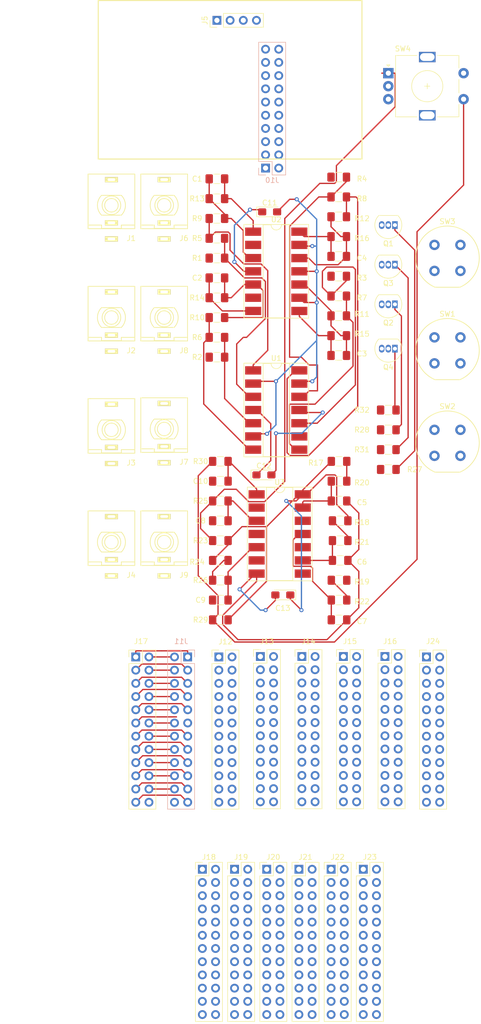
<source format=kicad_pcb>
(kicad_pcb (version 20171130) (host pcbnew "(5.0.0)")
  (layers (0 F.Cu signal) (31 B.Cu signal) (34 B.Paste user) (35 F.Paste user) (36 B.SilkS user) (37 F.SilkS user) (38 B.Mask user) (39 F.Mask user) (44 Edge.Cuts user))
  (net 0 "")
  (net 1 "Net-(C1-Pad2)")
  (net 2 PITCH_A)
  (net 3 "Net-(C2-Pad2)")
  (net 4 PITCH_B)
  (net 5 PITCH_C)
  (net 6 "Net-(C3-Pad2)")
  (net 7 PITCH_D)
  (net 8 "Net-(C4-Pad2)")
  (net 9 "Net-(C5-Pad1)")
  (net 10 /GND)
  (net 11 "Net-(C6-Pad1)")
  (net 12 "Net-(C7-Pad1)")
  (net 13 "Net-(C8-Pad1)")
  (net 14 "Net-(C9-Pad1)")
  (net 15 "Net-(C10-Pad1)")
  (net 16 /+3V3)
  (net 17 /VCC)
  (net 18 /VEE)
  (net 19 SCL_Display)
  (net 20 SDA_Display)
  (net 21 Gate_A)
  (net 22 Gate_B)
  (net 23 Gate_C)
  (net 24 Gate_D)
  (net 25 Midi_loop)
  (net 26 Midi_Stop)
  (net 27 Midi_Play_Pause)
  (net 28 Enc_SW)
  (net 29 Enc_B)
  (net 30 Enc_A)
  (net 31 "Net-(J6-PadS)")
  (net 32 "Net-(J7-PadS)")
  (net 33 "Net-(J8-PadS)")
  (net 34 "Net-(J9-PadS)")
  (net 35 "Net-(J1-PadS)")
  (net 36 "Net-(R1-Pad1)")
  (net 37 "Net-(R2-Pad1)")
  (net 38 "Net-(J2-PadS)")
  (net 39 "Net-(J3-PadS)")
  (net 40 "Net-(R3-Pad1)")
  (net 41 "Net-(J4-PadS)")
  (net 42 "Net-(R4-Pad1)")
  (net 43 "Net-(R5-Pad1)")
  (net 44 "Net-(R10-Pad2)")
  (net 45 "Net-(R11-Pad2)")
  (net 46 "Net-(R12-Pad2)")
  (net 47 "Net-(R17-Pad1)")
  (net 48 "Net-(R18-Pad1)")
  (net 49 "Net-(R19-Pad1)")
  (net 50 "Net-(R23-Pad1)")
  (net 51 "Net-(R24-Pad1)")
  (net 52 "Net-(R29-Pad2)")
  (net 53 "Net-(J11-Pad1)")
  (net 54 "Net-(J11-Pad2)")
  (net 55 "Net-(J11-Pad3)")
  (net 56 "Net-(J11-Pad4)")
  (net 57 "Net-(J11-Pad5)")
  (net 58 "Net-(J11-Pad6)")
  (net 59 "Net-(J11-Pad7)")
  (net 60 "Net-(J11-Pad8)")
  (net 61 "Net-(J11-Pad9)")
  (net 62 "Net-(J11-Pad10)")
  (net 63 "Net-(J11-Pad11)")
  (net 64 "Net-(J11-Pad12)")
  (net 65 "Net-(J11-Pad13)")
  (net 66 "Net-(J11-Pad14)")
  (net 67 "Net-(J11-Pad15)")
  (net 68 "Net-(J11-Pad16)")
  (net 69 "Net-(J11-Pad17)")
  (net 70 "Net-(J11-Pad18)")
  (net 71 "Net-(J11-Pad19)")
  (net 72 "Net-(J11-Pad20)")
  (net 73 "Net-(J11-Pad21)")
  (net 74 "Net-(J11-Pad22)")
  (net 75 "Net-(J11-Pad23)")
  (net 76 "Net-(J11-Pad24)")
  (net 77 "Net-(J12-Pad24)")
  (net 78 "Net-(J12-Pad23)")
  (net 79 "Net-(J12-Pad22)")
  (net 80 "Net-(J12-Pad21)")
  (net 81 "Net-(J12-Pad20)")
  (net 82 "Net-(J12-Pad19)")
  (net 83 "Net-(J12-Pad18)")
  (net 84 "Net-(J12-Pad17)")
  (net 85 "Net-(J12-Pad16)")
  (net 86 "Net-(J12-Pad15)")
  (net 87 "Net-(J12-Pad14)")
  (net 88 "Net-(J12-Pad13)")
  (net 89 "Net-(J12-Pad12)")
  (net 90 "Net-(J12-Pad11)")
  (net 91 "Net-(J12-Pad10)")
  (net 92 "Net-(J12-Pad9)")
  (net 93 "Net-(J12-Pad8)")
  (net 94 "Net-(J12-Pad7)")
  (net 95 "Net-(J12-Pad6)")
  (net 96 "Net-(J12-Pad5)")
  (net 97 "Net-(J12-Pad4)")
  (net 98 "Net-(J12-Pad3)")
  (net 99 "Net-(J12-Pad2)")
  (net 100 "Net-(J12-Pad1)")
  (net 101 "Net-(J13-Pad1)")
  (net 102 "Net-(J13-Pad2)")
  (net 103 "Net-(J13-Pad3)")
  (net 104 "Net-(J13-Pad4)")
  (net 105 "Net-(J13-Pad5)")
  (net 106 "Net-(J13-Pad6)")
  (net 107 "Net-(J13-Pad7)")
  (net 108 "Net-(J13-Pad8)")
  (net 109 "Net-(J13-Pad9)")
  (net 110 "Net-(J13-Pad10)")
  (net 111 "Net-(J13-Pad11)")
  (net 112 "Net-(J13-Pad12)")
  (net 113 "Net-(J13-Pad13)")
  (net 114 "Net-(J13-Pad14)")
  (net 115 "Net-(J13-Pad15)")
  (net 116 "Net-(J13-Pad16)")
  (net 117 "Net-(J13-Pad17)")
  (net 118 "Net-(J13-Pad18)")
  (net 119 "Net-(J13-Pad19)")
  (net 120 "Net-(J13-Pad20)")
  (net 121 "Net-(J13-Pad21)")
  (net 122 "Net-(J13-Pad22)")
  (net 123 "Net-(J13-Pad23)")
  (net 124 "Net-(J13-Pad24)")
  (net 125 "Net-(J14-Pad24)")
  (net 126 "Net-(J14-Pad23)")
  (net 127 "Net-(J14-Pad22)")
  (net 128 "Net-(J14-Pad21)")
  (net 129 "Net-(J14-Pad20)")
  (net 130 "Net-(J14-Pad19)")
  (net 131 "Net-(J14-Pad18)")
  (net 132 "Net-(J14-Pad17)")
  (net 133 "Net-(J14-Pad16)")
  (net 134 "Net-(J14-Pad15)")
  (net 135 "Net-(J14-Pad14)")
  (net 136 "Net-(J14-Pad13)")
  (net 137 "Net-(J14-Pad12)")
  (net 138 "Net-(J14-Pad11)")
  (net 139 "Net-(J14-Pad10)")
  (net 140 "Net-(J14-Pad9)")
  (net 141 "Net-(J14-Pad8)")
  (net 142 "Net-(J14-Pad7)")
  (net 143 "Net-(J14-Pad6)")
  (net 144 "Net-(J14-Pad5)")
  (net 145 "Net-(J14-Pad4)")
  (net 146 "Net-(J14-Pad3)")
  (net 147 "Net-(J14-Pad2)")
  (net 148 "Net-(J14-Pad1)")
  (net 149 "Net-(J15-Pad1)")
  (net 150 "Net-(J15-Pad2)")
  (net 151 "Net-(J15-Pad3)")
  (net 152 "Net-(J15-Pad4)")
  (net 153 "Net-(J15-Pad5)")
  (net 154 "Net-(J15-Pad6)")
  (net 155 "Net-(J15-Pad7)")
  (net 156 "Net-(J15-Pad8)")
  (net 157 "Net-(J15-Pad9)")
  (net 158 "Net-(J15-Pad10)")
  (net 159 "Net-(J15-Pad11)")
  (net 160 "Net-(J15-Pad12)")
  (net 161 "Net-(J15-Pad13)")
  (net 162 "Net-(J15-Pad14)")
  (net 163 "Net-(J15-Pad15)")
  (net 164 "Net-(J15-Pad16)")
  (net 165 "Net-(J15-Pad17)")
  (net 166 "Net-(J15-Pad18)")
  (net 167 "Net-(J15-Pad19)")
  (net 168 "Net-(J15-Pad20)")
  (net 169 "Net-(J15-Pad21)")
  (net 170 "Net-(J15-Pad22)")
  (net 171 "Net-(J15-Pad23)")
  (net 172 "Net-(J15-Pad24)")
  (net 173 "Net-(J16-Pad24)")
  (net 174 "Net-(J16-Pad23)")
  (net 175 "Net-(J16-Pad22)")
  (net 176 "Net-(J16-Pad21)")
  (net 177 "Net-(J16-Pad20)")
  (net 178 "Net-(J16-Pad19)")
  (net 179 "Net-(J16-Pad18)")
  (net 180 "Net-(J16-Pad17)")
  (net 181 "Net-(J16-Pad16)")
  (net 182 "Net-(J16-Pad15)")
  (net 183 "Net-(J16-Pad14)")
  (net 184 "Net-(J16-Pad13)")
  (net 185 "Net-(J16-Pad12)")
  (net 186 "Net-(J16-Pad11)")
  (net 187 "Net-(J16-Pad10)")
  (net 188 "Net-(J16-Pad9)")
  (net 189 "Net-(J16-Pad8)")
  (net 190 "Net-(J16-Pad7)")
  (net 191 "Net-(J16-Pad6)")
  (net 192 "Net-(J16-Pad5)")
  (net 193 "Net-(J16-Pad4)")
  (net 194 "Net-(J16-Pad3)")
  (net 195 "Net-(J16-Pad2)")
  (net 196 "Net-(J16-Pad1)")
  (net 197 "Net-(J18-Pad1)")
  (net 198 "Net-(J18-Pad2)")
  (net 199 "Net-(J18-Pad3)")
  (net 200 "Net-(J18-Pad4)")
  (net 201 "Net-(J18-Pad5)")
  (net 202 "Net-(J18-Pad6)")
  (net 203 "Net-(J18-Pad7)")
  (net 204 "Net-(J18-Pad8)")
  (net 205 "Net-(J18-Pad9)")
  (net 206 "Net-(J18-Pad10)")
  (net 207 "Net-(J18-Pad11)")
  (net 208 "Net-(J18-Pad12)")
  (net 209 "Net-(J18-Pad13)")
  (net 210 "Net-(J18-Pad14)")
  (net 211 "Net-(J18-Pad15)")
  (net 212 "Net-(J18-Pad16)")
  (net 213 "Net-(J18-Pad17)")
  (net 214 "Net-(J18-Pad18)")
  (net 215 "Net-(J18-Pad19)")
  (net 216 "Net-(J18-Pad20)")
  (net 217 "Net-(J18-Pad21)")
  (net 218 "Net-(J18-Pad22)")
  (net 219 "Net-(J18-Pad23)")
  (net 220 "Net-(J18-Pad24)")
  (net 221 "Net-(J19-Pad24)")
  (net 222 "Net-(J19-Pad23)")
  (net 223 "Net-(J19-Pad22)")
  (net 224 "Net-(J19-Pad21)")
  (net 225 "Net-(J19-Pad20)")
  (net 226 "Net-(J19-Pad19)")
  (net 227 "Net-(J19-Pad18)")
  (net 228 "Net-(J19-Pad17)")
  (net 229 "Net-(J19-Pad16)")
  (net 230 "Net-(J19-Pad15)")
  (net 231 "Net-(J19-Pad14)")
  (net 232 "Net-(J19-Pad13)")
  (net 233 "Net-(J19-Pad12)")
  (net 234 "Net-(J19-Pad11)")
  (net 235 "Net-(J19-Pad10)")
  (net 236 "Net-(J19-Pad9)")
  (net 237 "Net-(J19-Pad8)")
  (net 238 "Net-(J19-Pad7)")
  (net 239 "Net-(J19-Pad6)")
  (net 240 "Net-(J19-Pad5)")
  (net 241 "Net-(J19-Pad4)")
  (net 242 "Net-(J19-Pad3)")
  (net 243 "Net-(J19-Pad2)")
  (net 244 "Net-(J19-Pad1)")
  (net 245 "Net-(J20-Pad1)")
  (net 246 "Net-(J20-Pad2)")
  (net 247 "Net-(J20-Pad3)")
  (net 248 "Net-(J20-Pad4)")
  (net 249 "Net-(J20-Pad5)")
  (net 250 "Net-(J20-Pad6)")
  (net 251 "Net-(J20-Pad7)")
  (net 252 "Net-(J20-Pad8)")
  (net 253 "Net-(J20-Pad9)")
  (net 254 "Net-(J20-Pad10)")
  (net 255 "Net-(J20-Pad11)")
  (net 256 "Net-(J20-Pad12)")
  (net 257 "Net-(J20-Pad13)")
  (net 258 "Net-(J20-Pad14)")
  (net 259 "Net-(J20-Pad15)")
  (net 260 "Net-(J20-Pad16)")
  (net 261 "Net-(J20-Pad17)")
  (net 262 "Net-(J20-Pad18)")
  (net 263 "Net-(J20-Pad19)")
  (net 264 "Net-(J20-Pad20)")
  (net 265 "Net-(J20-Pad21)")
  (net 266 "Net-(J20-Pad22)")
  (net 267 "Net-(J20-Pad23)")
  (net 268 "Net-(J20-Pad24)")
  (net 269 "Net-(J21-Pad24)")
  (net 270 "Net-(J21-Pad23)")
  (net 271 "Net-(J21-Pad22)")
  (net 272 "Net-(J21-Pad21)")
  (net 273 "Net-(J21-Pad20)")
  (net 274 "Net-(J21-Pad19)")
  (net 275 "Net-(J21-Pad18)")
  (net 276 "Net-(J21-Pad17)")
  (net 277 "Net-(J21-Pad16)")
  (net 278 "Net-(J21-Pad15)")
  (net 279 "Net-(J21-Pad14)")
  (net 280 "Net-(J21-Pad13)")
  (net 281 "Net-(J21-Pad12)")
  (net 282 "Net-(J21-Pad11)")
  (net 283 "Net-(J21-Pad10)")
  (net 284 "Net-(J21-Pad9)")
  (net 285 "Net-(J21-Pad8)")
  (net 286 "Net-(J21-Pad7)")
  (net 287 "Net-(J21-Pad6)")
  (net 288 "Net-(J21-Pad5)")
  (net 289 "Net-(J21-Pad4)")
  (net 290 "Net-(J21-Pad3)")
  (net 291 "Net-(J21-Pad2)")
  (net 292 "Net-(J21-Pad1)")
  (net 293 "Net-(J22-Pad1)")
  (net 294 "Net-(J22-Pad2)")
  (net 295 "Net-(J22-Pad3)")
  (net 296 "Net-(J22-Pad4)")
  (net 297 "Net-(J22-Pad5)")
  (net 298 "Net-(J22-Pad6)")
  (net 299 "Net-(J22-Pad7)")
  (net 300 "Net-(J22-Pad8)")
  (net 301 "Net-(J22-Pad9)")
  (net 302 "Net-(J22-Pad10)")
  (net 303 "Net-(J22-Pad11)")
  (net 304 "Net-(J22-Pad12)")
  (net 305 "Net-(J22-Pad13)")
  (net 306 "Net-(J22-Pad14)")
  (net 307 "Net-(J22-Pad15)")
  (net 308 "Net-(J22-Pad16)")
  (net 309 "Net-(J22-Pad17)")
  (net 310 "Net-(J22-Pad18)")
  (net 311 "Net-(J22-Pad19)")
  (net 312 "Net-(J22-Pad20)")
  (net 313 "Net-(J22-Pad21)")
  (net 314 "Net-(J22-Pad22)")
  (net 315 "Net-(J22-Pad23)")
  (net 316 "Net-(J22-Pad24)")
  (net 317 "Net-(J23-Pad1)")
  (net 318 "Net-(J23-Pad2)")
  (net 319 "Net-(J23-Pad3)")
  (net 320 "Net-(J23-Pad4)")
  (net 321 "Net-(J23-Pad5)")
  (net 322 "Net-(J23-Pad6)")
  (net 323 "Net-(J23-Pad7)")
  (net 324 "Net-(J23-Pad8)")
  (net 325 "Net-(J23-Pad9)")
  (net 326 "Net-(J23-Pad10)")
  (net 327 "Net-(J23-Pad11)")
  (net 328 "Net-(J23-Pad12)")
  (net 329 "Net-(J23-Pad13)")
  (net 330 "Net-(J23-Pad14)")
  (net 331 "Net-(J23-Pad15)")
  (net 332 "Net-(J23-Pad16)")
  (net 333 "Net-(J23-Pad17)")
  (net 334 "Net-(J23-Pad18)")
  (net 335 "Net-(J23-Pad19)")
  (net 336 "Net-(J23-Pad20)")
  (net 337 "Net-(J23-Pad21)")
  (net 338 "Net-(J23-Pad22)")
  (net 339 "Net-(J23-Pad23)")
  (net 340 "Net-(J23-Pad24)")
  (net 341 "Net-(J24-Pad24)")
  (net 342 "Net-(J24-Pad23)")
  (net 343 "Net-(J24-Pad22)")
  (net 344 "Net-(J24-Pad21)")
  (net 345 "Net-(J24-Pad20)")
  (net 346 "Net-(J24-Pad19)")
  (net 347 "Net-(J24-Pad18)")
  (net 348 "Net-(J24-Pad17)")
  (net 349 "Net-(J24-Pad16)")
  (net 350 "Net-(J24-Pad15)")
  (net 351 "Net-(J24-Pad14)")
  (net 352 "Net-(J24-Pad13)")
  (net 353 "Net-(J24-Pad12)")
  (net 354 "Net-(J24-Pad11)")
  (net 355 "Net-(J24-Pad10)")
  (net 356 "Net-(J24-Pad9)")
  (net 357 "Net-(J24-Pad8)")
  (net 358 "Net-(J24-Pad7)")
  (net 359 "Net-(J24-Pad6)")
  (net 360 "Net-(J24-Pad5)")
  (net 361 "Net-(J24-Pad4)")
  (net 362 "Net-(J24-Pad3)")
  (net 363 "Net-(J24-Pad2)")
  (net 364 "Net-(J24-Pad1)")
  (module Capacitor_SMD:C_1206_3216Metric_Pad1.42x1.75mm_HandSolder (layer F.Cu) (at 87.63 52.07 180)
    (fp_text reference C1 (at 3.81 0 180) (layer F.SilkS))
    (fp_text value 1n)
    (pad 2 smd roundrect (at 1.4875 0 180) (size 1.425 1.75) (layers F.Cu F.Paste F.Mask) (roundrect_rratio 0.175439) (net 1 "Net-(C1-Pad2)"))
    (pad 1 smd roundrect (at -1.4875 0 180) (size 1.425 1.75) (layers F.Cu F.Paste F.Mask) (roundrect_rratio 0.175439) (net 2 PITCH_A))
  )
  (module Capacitor_SMD:C_1206_3216Metric_Pad1.42x1.75mm_HandSolder (layer F.Cu) (at 87.63 71.12)
    (fp_text reference C2 (at -3.81 0) (layer F.SilkS))
    (fp_text value 1n)
    (pad 2 smd roundrect (at 1.4875 0) (size 1.425 1.75) (layers F.Cu F.Paste F.Mask) (roundrect_rratio 0.175439) (net 3 "Net-(C2-Pad2)"))
    (pad 1 smd roundrect (at -1.4875 0) (size 1.425 1.75) (layers F.Cu F.Paste F.Mask) (roundrect_rratio 0.175439) (net 4 PITCH_B))
  )
  (module Capacitor_SMD:C_1206_3216Metric_Pad1.42x1.75mm_HandSolder (layer F.Cu) (at 111.098121 86.030909)
    (fp_text reference C3 (at 4.471879 -0.329091) (layer F.SilkS))
    (fp_text value 1n)
    (pad 1 smd roundrect (at -1.4875 0) (size 1.425 1.75) (layers F.Cu F.Paste F.Mask) (roundrect_rratio 0.175439) (net 5 PITCH_C))
    (pad 2 smd roundrect (at 1.4875 0) (size 1.425 1.75) (layers F.Cu F.Paste F.Mask) (roundrect_rratio 0.175439) (net 6 "Net-(C3-Pad2)"))
  )
  (module Capacitor_SMD:C_1206_3216Metric_Pad1.42x1.75mm_HandSolder (layer F.Cu) (at 111.098121 66.980909)
    (fp_text reference C4 (at 4.471879 0.329091) (layer F.SilkS))
    (fp_text value 1n)
    (pad 1 smd roundrect (at -1.4875 0) (size 1.425 1.75) (layers F.Cu F.Paste F.Mask) (roundrect_rratio 0.175439) (net 7 PITCH_D))
    (pad 2 smd roundrect (at 1.4875 0) (size 1.425 1.75) (layers F.Cu F.Paste F.Mask) (roundrect_rratio 0.175439) (net 8 "Net-(C4-Pad2)"))
  )
  (module Capacitor_SMD:C_1206_3216Metric_Pad1.42x1.75mm_HandSolder (layer F.Cu) (at 111.152942 114.009692)
    (fp_text reference C5 (at 4.417058 0.290308) (layer F.SilkS))
    (fp_text value .01u)
    (pad 1 smd roundrect (at -1.4875 0) (size 1.425 1.75) (layers F.Cu F.Paste F.Mask) (roundrect_rratio 0.175439) (net 9 "Net-(C5-Pad1)"))
    (pad 2 smd roundrect (at 1.4875 0) (size 1.425 1.75) (layers F.Cu F.Paste F.Mask) (roundrect_rratio 0.175439) (net 10 /GND))
  )
  (module Capacitor_SMD:C_1206_3216Metric_Pad1.42x1.75mm_HandSolder (layer F.Cu) (at 111.370442 125.439692)
    (fp_text reference C6 (at 4.199558 0.290308) (layer F.SilkS))
    (fp_text value .01u)
    (pad 2 smd roundrect (at 1.4875 0) (size 1.425 1.75) (layers F.Cu F.Paste F.Mask) (roundrect_rratio 0.175439) (net 10 /GND))
    (pad 1 smd roundrect (at -1.4875 0) (size 1.425 1.75) (layers F.Cu F.Paste F.Mask) (roundrect_rratio 0.175439) (net 11 "Net-(C6-Pad1)"))
  )
  (module Capacitor_SMD:C_1206_3216Metric_Pad1.42x1.75mm_HandSolder (layer F.Cu) (at 111.152942 136.869692)
    (fp_text reference C7 (at 4.417058 0.290308) (layer F.SilkS))
    (fp_text value .01u)
    (pad 2 smd roundrect (at 1.4875 0) (size 1.425 1.75) (layers F.Cu F.Paste F.Mask) (roundrect_rratio 0.175439) (net 10 /GND))
    (pad 1 smd roundrect (at -1.4875 0) (size 1.425 1.75) (layers F.Cu F.Paste F.Mask) (roundrect_rratio 0.175439) (net 12 "Net-(C7-Pad1)"))
  )
  (module Capacitor_SMD:C_1206_3216Metric_Pad1.42x1.75mm_HandSolder (layer F.Cu) (at 88.292942 117.819692 180)
    (fp_text reference C8 (at 3.81 0 180) (layer F.SilkS))
    (fp_text value .01u)
    (pad 2 smd roundrect (at 1.4875 0 180) (size 1.425 1.75) (layers F.Cu F.Paste F.Mask) (roundrect_rratio 0.175439) (net 10 /GND))
    (pad 1 smd roundrect (at -1.4875 0 180) (size 1.425 1.75) (layers F.Cu F.Paste F.Mask) (roundrect_rratio 0.175439) (net 13 "Net-(C8-Pad1)"))
  )
  (module Capacitor_SMD:C_1206_3216Metric_Pad1.42x1.75mm_HandSolder (layer F.Cu) (at 88.292942 133.059692 180)
    (fp_text reference C9 (at 3.81 0 180) (layer F.SilkS))
    (fp_text value .01u)
    (pad 1 smd roundrect (at -1.4875 0 180) (size 1.425 1.75) (layers F.Cu F.Paste F.Mask) (roundrect_rratio 0.175439) (net 14 "Net-(C9-Pad1)"))
    (pad 2 smd roundrect (at 1.4875 0 180) (size 1.425 1.75) (layers F.Cu F.Paste F.Mask) (roundrect_rratio 0.175439) (net 10 /GND))
  )
  (module Capacitor_SMD:C_1206_3216Metric_Pad1.42x1.75mm_HandSolder (layer F.Cu) (at 88.292942 110.199692 180)
    (fp_text reference C10 (at 3.81 0 180) (layer F.SilkS))
    (fp_text value .01u)
    (pad 1 smd roundrect (at -1.4875 0 180) (size 1.425 1.75) (layers F.Cu F.Paste F.Mask) (roundrect_rratio 0.175439) (net 15 "Net-(C10-Pad1)"))
    (pad 2 smd roundrect (at 1.4875 0 180) (size 1.425 1.75) (layers F.Cu F.Paste F.Mask) (roundrect_rratio 0.175439) (net 10 /GND))
  )
  (module Capacitor_Tantalum_SMD:CP_EIA-3216-18_Kemet-A_Pad1.58x1.35mm_HandSolder (layer F.Cu) (at 97.79 58.42)
    (fp_text reference C11 (at 0 -1.75) (layer F.SilkS))
    (fp_text value 100n)
    (pad 1 smd roundrect (at -1.4375 0) (size 1.575 1.35) (layers F.Cu F.Paste F.Mask) (roundrect_rratio 0.185185) (net 16 /+3V3))
    (pad 2 smd roundrect (at 1.4375 0) (size 1.575 1.35) (layers F.Cu F.Paste F.Mask) (roundrect_rratio 0.185185) (net 10 /GND))
  )
  (module Capacitor_Tantalum_SMD:CP_EIA-3216-18_Kemet-A_Pad1.58x1.35mm_HandSolder (layer F.Cu) (at 96.6875 109)
    (fp_text reference C12 (at 0 -1.75) (layer F.SilkS))
    (fp_text value 100n)
    (pad 1 smd roundrect (at -1.4375 0) (size 1.575 1.35) (layers F.Cu F.Paste F.Mask) (roundrect_rratio 0.185185) (net 17 /VCC))
    (pad 2 smd roundrect (at 1.4375 0) (size 1.575 1.35) (layers F.Cu F.Paste F.Mask) (roundrect_rratio 0.185185) (net 18 /VEE))
  )
  (module Capacitor_Tantalum_SMD:CP_EIA-3216-18_Kemet-A_Pad1.58x1.35mm_HandSolder (layer F.Cu) (at 100.33 132.08 180)
    (fp_text reference C13 (at 0 -2.54 180) (layer F.SilkS))
    (fp_text value 100n)
    (pad 2 smd roundrect (at 1.4375 0 180) (size 1.575 1.35) (layers F.Cu F.Paste F.Mask) (roundrect_rratio 0.185185) (net 10 /GND))
    (pad 1 smd roundrect (at -1.4375 0 180) (size 1.575 1.35) (layers F.Cu F.Paste F.Mask) (roundrect_rratio 0.185185) (net 16 /+3V3))
  )
  (module thonkiconn:THONKICONN (layer F.Cu) (at 67.31 57.15)
    (fp_text reference J1 (at 3.81 6.35) (layer F.SilkS))
    (fp_text value AudioJack2_Ground_Switch hide)
    (pad 1 thru_hole rect (at 0 6.48) (size 2.5 1) (drill oval 1.5 0.5) (layers *.Cu *.Mask F.SilkS))
    (pad 2 thru_hole rect (at 0 3.38) (size 2.5 1) (drill oval 1.5 0.5) (layers *.Cu *.Mask F.SilkS))
    (pad 3 thru_hole rect (at 0 -4.92) (size 2.5 1) (drill oval 1.5 0.5) (layers *.Cu *.Mask F.SilkS))
  )
  (module thonkiconn:THONKICONN (layer F.Cu) (at 67.31 78.74)
    (fp_text reference J2 (at 3.81 6.35) (layer F.SilkS))
    (fp_text value AudioJack2_Ground_Switch hide)
    (pad 1 thru_hole rect (at 0 6.48) (size 2.5 1) (drill oval 1.5 0.5) (layers *.Cu *.Mask F.SilkS))
    (pad 2 thru_hole rect (at 0 3.38) (size 2.5 1) (drill oval 1.5 0.5) (layers *.Cu *.Mask F.SilkS))
    (pad 3 thru_hole rect (at 0 -4.92) (size 2.5 1) (drill oval 1.5 0.5) (layers *.Cu *.Mask F.SilkS))
  )
  (module thonkiconn:THONKICONN (layer F.Cu) (at 67.31 100.33)
    (fp_text reference J3 (at 3.81 6.35) (layer F.SilkS))
    (fp_text value AudioJack2_Ground_Switch hide)
    (pad 1 thru_hole rect (at 0 6.48) (size 2.5 1) (drill oval 1.5 0.5) (layers *.Cu *.Mask F.SilkS))
    (pad 2 thru_hole rect (at 0 3.38) (size 2.5 1) (drill oval 1.5 0.5) (layers *.Cu *.Mask F.SilkS))
    (pad 3 thru_hole rect (at 0 -4.92) (size 2.5 1) (drill oval 1.5 0.5) (layers *.Cu *.Mask F.SilkS))
  )
  (module thonkiconn:THONKICONN (layer F.Cu) (at 67.31 121.92)
    (fp_text reference J4 (at 3.81 6.35) (layer F.SilkS))
    (fp_text value AudioJack2_Ground_Switch hide)
    (pad 3 thru_hole rect (at 0 -4.92) (size 2.5 1) (drill oval 1.5 0.5) (layers *.Cu *.Mask F.SilkS))
    (pad 2 thru_hole rect (at 0 3.38) (size 2.5 1) (drill oval 1.5 0.5) (layers *.Cu *.Mask F.SilkS))
    (pad 1 thru_hole rect (at 0 6.48) (size 2.5 1) (drill oval 1.5 0.5) (layers *.Cu *.Mask F.SilkS))
  )
  (module thonkiconn:THONKICONN (layer F.Cu) (at 77.47 57.15)
    (fp_text reference J6 (at 3.81 6.35) (layer F.SilkS))
    (fp_text value AudioJack2_Ground_Switch hide)
    (pad 3 thru_hole rect (at 0 -4.92) (size 2.5 1) (drill oval 1.5 0.5) (layers *.Cu *.Mask F.SilkS))
    (pad 2 thru_hole rect (at 0 3.38) (size 2.5 1) (drill oval 1.5 0.5) (layers *.Cu *.Mask F.SilkS))
    (pad 1 thru_hole rect (at 0 6.48) (size 2.5 1) (drill oval 1.5 0.5) (layers *.Cu *.Mask F.SilkS))
  )
  (module thonkiconn:THONKICONN (layer F.Cu) (at 77.47 100.17)
    (fp_text reference J7 (at 3.81 6.35) (layer F.SilkS))
    (fp_text value AudioJack2_Ground_Switch hide)
    (pad 1 thru_hole rect (at 0 6.48) (size 2.5 1) (drill oval 1.5 0.5) (layers *.Cu *.Mask F.SilkS))
    (pad 2 thru_hole rect (at 0 3.38) (size 2.5 1) (drill oval 1.5 0.5) (layers *.Cu *.Mask F.SilkS))
    (pad 3 thru_hole rect (at 0 -4.92) (size 2.5 1) (drill oval 1.5 0.5) (layers *.Cu *.Mask F.SilkS))
  )
  (module thonkiconn:THONKICONN (layer F.Cu) (at 77.47 78.74)
    (fp_text reference J8 (at 3.81 6.35) (layer F.SilkS))
    (fp_text value AudioJack2_Ground_Switch hide)
    (pad 3 thru_hole rect (at 0 -4.92) (size 2.5 1) (drill oval 1.5 0.5) (layers *.Cu *.Mask F.SilkS))
    (pad 2 thru_hole rect (at 0 3.38) (size 2.5 1) (drill oval 1.5 0.5) (layers *.Cu *.Mask F.SilkS))
    (pad 1 thru_hole rect (at 0 6.48) (size 2.5 1) (drill oval 1.5 0.5) (layers *.Cu *.Mask F.SilkS))
  )
  (module thonkiconn:THONKICONN (layer F.Cu) (at 77.47 121.92)
    (fp_text reference J9 (at 3.81 6.35) (layer F.SilkS))
    (fp_text value AudioJack2_Ground_Switch hide)
    (pad 3 thru_hole rect (at 0 -4.92) (size 2.5 1) (drill oval 1.5 0.5) (layers *.Cu *.Mask F.SilkS))
    (pad 2 thru_hole rect (at 0 3.38) (size 2.5 1) (drill oval 1.5 0.5) (layers *.Cu *.Mask F.SilkS))
    (pad 1 thru_hole rect (at 0 6.48) (size 2.5 1) (drill oval 1.5 0.5) (layers *.Cu *.Mask F.SilkS))
  )
  (module Package_TO_SOT_THT:TO-92_Inline (layer F.Cu) (at 121.92 60.96 180)
    (fp_text reference Q1 (at 1.27 -3.56 180) (layer F.SilkS))
    (fp_text value 2N7000)
    (pad 2 thru_hole oval (at 1.27 0 180) (size 1.05 1.5) (drill 0.75) (layers *.Cu *.Mask) (net 31 "Net-(J6-PadS)"))
    (pad 3 thru_hole oval (at 2.54 0 180) (size 1.05 1.5) (drill 0.75) (layers *.Cu *.Mask) (net 16 /+3V3))
    (pad 1 thru_hole rect (at 0 0 180) (size 1.05 1.5) (drill 0.75) (layers *.Cu *.Mask) (net 21 Gate_A))
  )
  (module Package_TO_SOT_THT:TO-92_Inline (layer F.Cu) (at 121.92 76.2 180)
    (fp_text reference Q2 (at 1.27 -3.56 180) (layer F.SilkS))
    (fp_text value 2N7000)
    (pad 1 thru_hole rect (at 0 0 180) (size 1.05 1.5) (drill 0.75) (layers *.Cu *.Mask) (net 23 Gate_C))
    (pad 3 thru_hole oval (at 2.54 0 180) (size 1.05 1.5) (drill 0.75) (layers *.Cu *.Mask) (net 16 /+3V3))
    (pad 2 thru_hole oval (at 1.27 0 180) (size 1.05 1.5) (drill 0.75) (layers *.Cu *.Mask) (net 32 "Net-(J7-PadS)"))
  )
  (module Package_TO_SOT_THT:TO-92_Inline (layer F.Cu) (at 121.92 68.58 180)
    (fp_text reference Q3 (at 1.27 -3.56 180) (layer F.SilkS))
    (fp_text value 2N7000)
    (pad 2 thru_hole oval (at 1.27 0 180) (size 1.05 1.5) (drill 0.75) (layers *.Cu *.Mask) (net 33 "Net-(J8-PadS)"))
    (pad 3 thru_hole oval (at 2.54 0 180) (size 1.05 1.5) (drill 0.75) (layers *.Cu *.Mask) (net 16 /+3V3))
    (pad 1 thru_hole rect (at 0 0 180) (size 1.05 1.5) (drill 0.75) (layers *.Cu *.Mask) (net 22 Gate_B))
  )
  (module Package_TO_SOT_THT:TO-92_Inline (layer F.Cu) (at 121.92 84.720129 180)
    (fp_text reference Q4 (at 1.27 -3.56 180) (layer F.SilkS))
    (fp_text value 2N7000)
    (pad 1 thru_hole rect (at 0 0 180) (size 1.05 1.5) (drill 0.75) (layers *.Cu *.Mask) (net 24 Gate_D))
    (pad 3 thru_hole oval (at 2.54 0 180) (size 1.05 1.5) (drill 0.75) (layers *.Cu *.Mask) (net 16 /+3V3))
    (pad 2 thru_hole oval (at 1.27 0 180) (size 1.05 1.5) (drill 0.75) (layers *.Cu *.Mask) (net 34 "Net-(J9-PadS)"))
  )
  (module Resistor_SMD:R_1206_3216Metric_Pad1.42x1.75mm_HandSolder (layer F.Cu) (at 87.63 67.31 180)
    (fp_text reference R1 (at 3.81 0 180) (layer F.SilkS))
    (fp_text value 100k)
    (pad 2 smd roundrect (at 1.4875 0 180) (size 1.425 1.75) (layers F.Cu F.Paste F.Mask) (roundrect_rratio 0.175439) (net 35 "Net-(J1-PadS)"))
    (pad 1 smd roundrect (at -1.4875 0 180) (size 1.425 1.75) (layers F.Cu F.Paste F.Mask) (roundrect_rratio 0.175439) (net 36 "Net-(R1-Pad1)"))
  )
  (module Resistor_SMD:R_1206_3216Metric_Pad1.42x1.75mm_HandSolder (layer F.Cu) (at 87.63 86.36 180)
    (fp_text reference R2 (at 3.81 0 180) (layer F.SilkS))
    (fp_text value 100k)
    (pad 1 smd roundrect (at -1.4875 0 180) (size 1.425 1.75) (layers F.Cu F.Paste F.Mask) (roundrect_rratio 0.175439) (net 37 "Net-(R2-Pad1)"))
    (pad 2 smd roundrect (at 1.4875 0 180) (size 1.425 1.75) (layers F.Cu F.Paste F.Mask) (roundrect_rratio 0.175439) (net 38 "Net-(J2-PadS)"))
  )
  (module Resistor_SMD:R_1206_3216Metric_Pad1.42x1.75mm_HandSolder (layer F.Cu) (at 111.098121 70.790909 180)
    (fp_text reference R3 (at -4.471879 -0.329091 180) (layer F.SilkS))
    (fp_text value 100k)
    (pad 2 smd roundrect (at 1.4875 0 180) (size 1.425 1.75) (layers F.Cu F.Paste F.Mask) (roundrect_rratio 0.175439) (net 39 "Net-(J3-PadS)"))
    (pad 1 smd roundrect (at -1.4875 0 180) (size 1.425 1.75) (layers F.Cu F.Paste F.Mask) (roundrect_rratio 0.175439) (net 40 "Net-(R3-Pad1)"))
  )
  (module Resistor_SMD:R_1206_3216Metric_Pad1.42x1.75mm_HandSolder (layer F.Cu) (at 111.098121 51.740909 180)
    (fp_text reference R4 (at -4.471879 -0.329091 180) (layer F.SilkS))
    (fp_text value 100k)
    (pad 2 smd roundrect (at 1.4875 0 180) (size 1.425 1.75) (layers F.Cu F.Paste F.Mask) (roundrect_rratio 0.175439) (net 41 "Net-(J4-PadS)"))
    (pad 1 smd roundrect (at -1.4875 0 180) (size 1.425 1.75) (layers F.Cu F.Paste F.Mask) (roundrect_rratio 0.175439) (net 42 "Net-(R4-Pad1)"))
  )
  (module Resistor_SMD:R_1206_3216Metric_Pad1.42x1.75mm_HandSolder (layer F.Cu) (at 87.63 63.5)
    (fp_text reference R5 (at -3.81 0) (layer F.SilkS))
    (fp_text value 24.9k)
    (pad 1 smd roundrect (at -1.4875 0) (size 1.425 1.75) (layers F.Cu F.Paste F.Mask) (roundrect_rratio 0.175439) (net 43 "Net-(R5-Pad1)"))
    (pad 2 smd roundrect (at 1.4875 0) (size 1.425 1.75) (layers F.Cu F.Paste F.Mask) (roundrect_rratio 0.175439) (net 36 "Net-(R1-Pad1)"))
  )
  (module Resistor_SMD:R_1206_3216Metric_Pad1.42x1.75mm_HandSolder (layer F.Cu) (at 87.63 82.55)
    (fp_text reference R6 (at -3.81 0) (layer F.SilkS))
    (fp_text value 24.9k)
    (pad 2 smd roundrect (at 1.4875 0) (size 1.425 1.75) (layers F.Cu F.Paste F.Mask) (roundrect_rratio 0.175439) (net 37 "Net-(R2-Pad1)"))
    (pad 1 smd roundrect (at -1.4875 0) (size 1.425 1.75) (layers F.Cu F.Paste F.Mask) (roundrect_rratio 0.175439) (net 44 "Net-(R10-Pad2)"))
  )
  (module Resistor_SMD:R_1206_3216Metric_Pad1.42x1.75mm_HandSolder (layer F.Cu) (at 111.098121 74.600909 180)
    (fp_text reference R7 (at -4.471879 -0.329091 180) (layer F.SilkS))
    (fp_text value 24.9k)
    (pad 2 smd roundrect (at 1.4875 0 180) (size 1.425 1.75) (layers F.Cu F.Paste F.Mask) (roundrect_rratio 0.175439) (net 40 "Net-(R3-Pad1)"))
    (pad 1 smd roundrect (at -1.4875 0 180) (size 1.425 1.75) (layers F.Cu F.Paste F.Mask) (roundrect_rratio 0.175439) (net 45 "Net-(R11-Pad2)"))
  )
  (module Resistor_SMD:R_1206_3216Metric_Pad1.42x1.75mm_HandSolder (layer F.Cu) (at 111.098121 55.550909 180)
    (fp_text reference R8 (at -4.471879 -0.329091 180) (layer F.SilkS))
    (fp_text value 24.9k)
    (pad 1 smd roundrect (at -1.4875 0 180) (size 1.425 1.75) (layers F.Cu F.Paste F.Mask) (roundrect_rratio 0.175439) (net 46 "Net-(R12-Pad2)"))
    (pad 2 smd roundrect (at 1.4875 0 180) (size 1.425 1.75) (layers F.Cu F.Paste F.Mask) (roundrect_rratio 0.175439) (net 42 "Net-(R4-Pad1)"))
  )
  (module Resistor_SMD:R_1206_3216Metric_Pad1.42x1.75mm_HandSolder (layer F.Cu) (at 87.63 59.69 180)
    (fp_text reference R9 (at 3.81 0 180) (layer F.SilkS))
    (fp_text value 24.9k)
    (pad 2 smd roundrect (at 1.4875 0 180) (size 1.425 1.75) (layers F.Cu F.Paste F.Mask) (roundrect_rratio 0.175439) (net 43 "Net-(R5-Pad1)"))
    (pad 1 smd roundrect (at -1.4875 0 180) (size 1.425 1.75) (layers F.Cu F.Paste F.Mask) (roundrect_rratio 0.175439) (net 1 "Net-(C1-Pad2)"))
  )
  (module Resistor_SMD:R_1206_3216Metric_Pad1.42x1.75mm_HandSolder (layer F.Cu) (at 87.63 78.74 180)
    (fp_text reference R10 (at 3.81 0 180) (layer F.SilkS))
    (fp_text value 24.9k)
    (pad 2 smd roundrect (at 1.4875 0 180) (size 1.425 1.75) (layers F.Cu F.Paste F.Mask) (roundrect_rratio 0.175439) (net 44 "Net-(R10-Pad2)"))
    (pad 1 smd roundrect (at -1.4875 0 180) (size 1.425 1.75) (layers F.Cu F.Paste F.Mask) (roundrect_rratio 0.175439) (net 3 "Net-(C2-Pad2)"))
  )
  (module Resistor_SMD:R_1206_3216Metric_Pad1.42x1.75mm_HandSolder (layer F.Cu) (at 111.098121 78.410909)
    (fp_text reference R11 (at 4.471879 -0.329091) (layer F.SilkS))
    (fp_text value 24.9k)
    (pad 2 smd roundrect (at 1.4875 0) (size 1.425 1.75) (layers F.Cu F.Paste F.Mask) (roundrect_rratio 0.175439) (net 45 "Net-(R11-Pad2)"))
    (pad 1 smd roundrect (at -1.4875 0) (size 1.425 1.75) (layers F.Cu F.Paste F.Mask) (roundrect_rratio 0.175439) (net 6 "Net-(C3-Pad2)"))
  )
  (module Resistor_SMD:R_1206_3216Metric_Pad1.42x1.75mm_HandSolder (layer F.Cu) (at 111.098121 59.360909)
    (fp_text reference R12 (at 4.471879 0.329091) (layer F.SilkS))
    (fp_text value 24.9k)
    (pad 2 smd roundrect (at 1.4875 0) (size 1.425 1.75) (layers F.Cu F.Paste F.Mask) (roundrect_rratio 0.175439) (net 46 "Net-(R12-Pad2)"))
    (pad 1 smd roundrect (at -1.4875 0) (size 1.425 1.75) (layers F.Cu F.Paste F.Mask) (roundrect_rratio 0.175439) (net 8 "Net-(C4-Pad2)"))
  )
  (module Resistor_SMD:R_1206_3216Metric_Pad1.42x1.75mm_HandSolder (layer F.Cu) (at 87.63 55.88 180)
    (fp_text reference R13 (at 3.81 0 180) (layer F.SilkS))
    (fp_text value 24.9k)
    (pad 1 smd roundrect (at -1.4875 0 180) (size 1.425 1.75) (layers F.Cu F.Paste F.Mask) (roundrect_rratio 0.175439) (net 2 PITCH_A))
    (pad 2 smd roundrect (at 1.4875 0 180) (size 1.425 1.75) (layers F.Cu F.Paste F.Mask) (roundrect_rratio 0.175439) (net 1 "Net-(C1-Pad2)"))
  )
  (module Resistor_SMD:R_1206_3216Metric_Pad1.42x1.75mm_HandSolder (layer F.Cu) (at 87.63 74.93)
    (fp_text reference R14 (at -3.81 0) (layer F.SilkS))
    (fp_text value 24.9k)
    (pad 1 smd roundrect (at -1.4875 0) (size 1.425 1.75) (layers F.Cu F.Paste F.Mask) (roundrect_rratio 0.175439) (net 4 PITCH_B))
    (pad 2 smd roundrect (at 1.4875 0) (size 1.425 1.75) (layers F.Cu F.Paste F.Mask) (roundrect_rratio 0.175439) (net 3 "Net-(C2-Pad2)"))
  )
  (module Resistor_SMD:R_1206_3216Metric_Pad1.42x1.75mm_HandSolder (layer F.Cu) (at 111.098121 82.220909)
    (fp_text reference R15 (at 4.471879 -0.329091) (layer F.SilkS))
    (fp_text value 24.9k)
    (pad 2 smd roundrect (at 1.4875 0) (size 1.425 1.75) (layers F.Cu F.Paste F.Mask) (roundrect_rratio 0.175439) (net 6 "Net-(C3-Pad2)"))
    (pad 1 smd roundrect (at -1.4875 0) (size 1.425 1.75) (layers F.Cu F.Paste F.Mask) (roundrect_rratio 0.175439) (net 5 PITCH_C))
  )
  (module Resistor_SMD:R_1206_3216Metric_Pad1.42x1.75mm_HandSolder (layer F.Cu) (at 111.098121 63.170909)
    (fp_text reference R16 (at 4.471879 0.329091) (layer F.SilkS))
    (fp_text value 24.9k)
    (pad 1 smd roundrect (at -1.4875 0) (size 1.425 1.75) (layers F.Cu F.Paste F.Mask) (roundrect_rratio 0.175439) (net 7 PITCH_D))
    (pad 2 smd roundrect (at 1.4875 0) (size 1.425 1.75) (layers F.Cu F.Paste F.Mask) (roundrect_rratio 0.175439) (net 8 "Net-(C4-Pad2)"))
  )
  (module Resistor_SMD:R_1206_3216Metric_Pad1.42x1.75mm_HandSolder (layer F.Cu) (at 111.152942 106.389692 180)
    (fp_text reference R17 (at 4.472942 -0.290308) (layer F.SilkS))
    (fp_text value 10k)
    (pad 1 smd roundrect (at -1.4875 0 180) (size 1.425 1.75) (layers F.Cu F.Paste F.Mask) (roundrect_rratio 0.175439) (net 47 "Net-(R17-Pad1)"))
    (pad 2 smd roundrect (at 1.4875 0 180) (size 1.425 1.75) (layers F.Cu F.Paste F.Mask) (roundrect_rratio 0.175439) (net 16 /+3V3))
  )
  (module Resistor_SMD:R_1206_3216Metric_Pad1.42x1.75mm_HandSolder (layer F.Cu) (at 111.370442 117.819692)
    (fp_text reference R18 (at 4.199558 0.290308) (layer F.SilkS))
    (fp_text value 10k)
    (pad 1 smd roundrect (at -1.4875 0) (size 1.425 1.75) (layers F.Cu F.Paste F.Mask) (roundrect_rratio 0.175439) (net 48 "Net-(R18-Pad1)"))
    (pad 2 smd roundrect (at 1.4875 0) (size 1.425 1.75) (layers F.Cu F.Paste F.Mask) (roundrect_rratio 0.175439) (net 16 /+3V3))
  )
  (module Resistor_SMD:R_1206_3216Metric_Pad1.42x1.75mm_HandSolder (layer F.Cu) (at 111.152942 129.249692)
    (fp_text reference R19 (at 4.417058 0.290308) (layer F.SilkS))
    (fp_text value 10k)
    (pad 1 smd roundrect (at -1.4875 0) (size 1.425 1.75) (layers F.Cu F.Paste F.Mask) (roundrect_rratio 0.175439) (net 49 "Net-(R19-Pad1)"))
    (pad 2 smd roundrect (at 1.4875 0) (size 1.425 1.75) (layers F.Cu F.Paste F.Mask) (roundrect_rratio 0.175439) (net 16 /+3V3))
  )
  (module Resistor_SMD:R_1206_3216Metric_Pad1.42x1.75mm_HandSolder (layer F.Cu) (at 111.152942 110.199692)
    (fp_text reference R20 (at 4.417058 0.290308) (layer F.SilkS))
    (fp_text value 10k)
    (pad 1 smd roundrect (at -1.4875 0) (size 1.425 1.75) (layers F.Cu F.Paste F.Mask) (roundrect_rratio 0.175439) (net 9 "Net-(C5-Pad1)"))
    (pad 2 smd roundrect (at 1.4875 0) (size 1.425 1.75) (layers F.Cu F.Paste F.Mask) (roundrect_rratio 0.175439) (net 47 "Net-(R17-Pad1)"))
  )
  (module Resistor_SMD:R_1206_3216Metric_Pad1.42x1.75mm_HandSolder (layer F.Cu) (at 111.370442 121.629692)
    (fp_text reference R21 (at 4.199558 0.290308) (layer F.SilkS))
    (fp_text value 10k)
    (pad 2 smd roundrect (at 1.4875 0) (size 1.425 1.75) (layers F.Cu F.Paste F.Mask) (roundrect_rratio 0.175439) (net 48 "Net-(R18-Pad1)"))
    (pad 1 smd roundrect (at -1.4875 0) (size 1.425 1.75) (layers F.Cu F.Paste F.Mask) (roundrect_rratio 0.175439) (net 11 "Net-(C6-Pad1)"))
  )
  (module Resistor_SMD:R_1206_3216Metric_Pad1.42x1.75mm_HandSolder (layer F.Cu) (at 111.152942 133.059692)
    (fp_text reference R22 (at 4.417058 0.290308) (layer F.SilkS))
    (fp_text value 10k)
    (pad 2 smd roundrect (at 1.4875 0) (size 1.425 1.75) (layers F.Cu F.Paste F.Mask) (roundrect_rratio 0.175439) (net 49 "Net-(R19-Pad1)"))
    (pad 1 smd roundrect (at -1.4875 0) (size 1.425 1.75) (layers F.Cu F.Paste F.Mask) (roundrect_rratio 0.175439) (net 12 "Net-(C7-Pad1)"))
  )
  (module Resistor_SMD:R_1206_3216Metric_Pad1.42x1.75mm_HandSolder (layer F.Cu) (at 88.292942 121.629692)
    (fp_text reference R23 (at -3.81 0) (layer F.SilkS))
    (fp_text value 10k)
    (pad 1 smd roundrect (at -1.4875 0) (size 1.425 1.75) (layers F.Cu F.Paste F.Mask) (roundrect_rratio 0.175439) (net 50 "Net-(R23-Pad1)"))
    (pad 2 smd roundrect (at 1.4875 0) (size 1.425 1.75) (layers F.Cu F.Paste F.Mask) (roundrect_rratio 0.175439) (net 16 /+3V3))
  )
  (module Resistor_SMD:R_1206_3216Metric_Pad1.42x1.75mm_HandSolder (layer F.Cu) (at 88.292942 125.439692 180)
    (fp_text reference R24 (at 4.472942 -0.290308 180) (layer F.SilkS))
    (fp_text value 10k)
    (pad 2 smd roundrect (at 1.4875 0 180) (size 1.425 1.75) (layers F.Cu F.Paste F.Mask) (roundrect_rratio 0.175439) (net 16 /+3V3))
    (pad 1 smd roundrect (at -1.4875 0 180) (size 1.425 1.75) (layers F.Cu F.Paste F.Mask) (roundrect_rratio 0.175439) (net 51 "Net-(R24-Pad1)"))
  )
  (module Resistor_SMD:R_1206_3216Metric_Pad1.42x1.75mm_HandSolder (layer F.Cu) (at 88.292942 114.009692)
    (fp_text reference R25 (at -3.81 0) (layer F.SilkS))
    (fp_text value 10k)
    (pad 2 smd roundrect (at 1.4875 0) (size 1.425 1.75) (layers F.Cu F.Paste F.Mask) (roundrect_rratio 0.175439) (net 13 "Net-(C8-Pad1)"))
    (pad 1 smd roundrect (at -1.4875 0) (size 1.425 1.75) (layers F.Cu F.Paste F.Mask) (roundrect_rratio 0.175439) (net 50 "Net-(R23-Pad1)"))
  )
  (module Resistor_SMD:R_1206_3216Metric_Pad1.42x1.75mm_HandSolder (layer F.Cu) (at 88.292942 129.249692)
    (fp_text reference R26 (at -3.81 0) (layer F.SilkS))
    (fp_text value 10k)
    (pad 2 smd roundrect (at 1.4875 0) (size 1.425 1.75) (layers F.Cu F.Paste F.Mask) (roundrect_rratio 0.175439) (net 14 "Net-(C9-Pad1)"))
    (pad 1 smd roundrect (at -1.4875 0) (size 1.425 1.75) (layers F.Cu F.Paste F.Mask) (roundrect_rratio 0.175439) (net 51 "Net-(R24-Pad1)"))
  )
  (module Resistor_SMD:R_1206_3216Metric_Pad1.42x1.75mm_HandSolder (layer F.Cu) (at 120.65 107.95 180)
    (fp_text reference R27 (at -5.08 0 180) (layer F.SilkS))
    (fp_text value 47k)
    (pad 2 smd roundrect (at 1.4875 0 180) (size 1.425 1.75) (layers F.Cu F.Paste F.Mask) (roundrect_rratio 0.175439) (net 10 /GND))
    (pad 1 smd roundrect (at -1.4875 0 180) (size 1.425 1.75) (layers F.Cu F.Paste F.Mask) (roundrect_rratio 0.175439) (net 21 Gate_A))
  )
  (module Resistor_SMD:R_1206_3216Metric_Pad1.42x1.75mm_HandSolder (layer F.Cu) (at 120.65 100.33 180)
    (fp_text reference R28 (at 5.08 0 180) (layer F.SilkS))
    (fp_text value 47k)
    (pad 1 smd roundrect (at -1.4875 0 180) (size 1.425 1.75) (layers F.Cu F.Paste F.Mask) (roundrect_rratio 0.175439) (net 23 Gate_C))
    (pad 2 smd roundrect (at 1.4875 0 180) (size 1.425 1.75) (layers F.Cu F.Paste F.Mask) (roundrect_rratio 0.175439) (net 10 /GND))
  )
  (module Resistor_SMD:R_1206_3216Metric_Pad1.42x1.75mm_HandSolder (layer F.Cu) (at 88.292942 136.869692 180)
    (fp_text reference R29 (at 3.81 0 180) (layer F.SilkS))
    (fp_text value 10k)
    (pad 1 smd roundrect (at -1.4875 0 180) (size 1.425 1.75) (layers F.Cu F.Paste F.Mask) (roundrect_rratio 0.175439) (net 16 /+3V3))
    (pad 2 smd roundrect (at 1.4875 0 180) (size 1.425 1.75) (layers F.Cu F.Paste F.Mask) (roundrect_rratio 0.175439) (net 52 "Net-(R29-Pad2)"))
  )
  (module Resistor_SMD:R_1206_3216Metric_Pad1.42x1.75mm_HandSolder (layer F.Cu) (at 88.292942 106.389692 180)
    (fp_text reference R30 (at 3.81 0 180) (layer F.SilkS))
    (fp_text value 10k)
    (pad 1 smd roundrect (at -1.4875 0 180) (size 1.425 1.75) (layers F.Cu F.Paste F.Mask) (roundrect_rratio 0.175439) (net 15 "Net-(C10-Pad1)"))
    (pad 2 smd roundrect (at 1.4875 0 180) (size 1.425 1.75) (layers F.Cu F.Paste F.Mask) (roundrect_rratio 0.175439) (net 52 "Net-(R29-Pad2)"))
  )
  (module Resistor_SMD:R_1206_3216Metric_Pad1.42x1.75mm_HandSolder (layer F.Cu) (at 120.65 104.14 180)
    (fp_text reference R31 (at 5.08 0 180) (layer F.SilkS))
    (fp_text value 47k)
    (pad 1 smd roundrect (at -1.4875 0 180) (size 1.425 1.75) (layers F.Cu F.Paste F.Mask) (roundrect_rratio 0.175439) (net 22 Gate_B))
    (pad 2 smd roundrect (at 1.4875 0 180) (size 1.425 1.75) (layers F.Cu F.Paste F.Mask) (roundrect_rratio 0.175439) (net 10 /GND))
  )
  (module Resistor_SMD:R_1206_3216Metric_Pad1.42x1.75mm_HandSolder (layer F.Cu) (at 120.65 96.52 180)
    (fp_text reference R32 (at 5.08 0 180) (layer F.SilkS))
    (fp_text value 47k)
    (pad 1 smd roundrect (at -1.4875 0 180) (size 1.425 1.75) (layers F.Cu F.Paste F.Mask) (roundrect_rratio 0.175439) (net 24 Gate_D))
    (pad 2 smd roundrect (at 1.4875 0 180) (size 1.425 1.75) (layers F.Cu F.Paste F.Mask) (roundrect_rratio 0.175439) (net 10 /GND))
  )
  (module Button_Switch_THT:Push_E-Switch_KS01Q01 (layer F.Cu) (at 129.54 82.55)
    (fp_text reference SW1 (at 2.5 -4.5) (layer F.SilkS))
    (fp_text value SW_Push)
    (pad 1 thru_hole circle (at 0 0) (size 2 2) (drill 1.1) (layers *.Cu *.Mask) (net 10 /GND))
    (pad 2 thru_hole circle (at 5 0) (size 2 2) (drill 1.1) (layers *.Cu *.Mask) (net 47 "Net-(R17-Pad1)"))
    (pad 4 thru_hole circle (at 5 5) (size 2 2) (drill 1.1) (layers *.Cu *.Mask))
    (pad 3 thru_hole circle (at 0 5) (size 2 2) (drill 1.1) (layers *.Cu *.Mask))
  )
  (module Button_Switch_THT:Push_E-Switch_KS01Q01 (layer F.Cu) (at 129.54 100.33)
    (fp_text reference SW2 (at 2.5 -4.5) (layer F.SilkS))
    (fp_text value SW_Push)
    (pad 3 thru_hole circle (at 0 5) (size 2 2) (drill 1.1) (layers *.Cu *.Mask))
    (pad 4 thru_hole circle (at 5 5) (size 2 2) (drill 1.1) (layers *.Cu *.Mask))
    (pad 2 thru_hole circle (at 5 0) (size 2 2) (drill 1.1) (layers *.Cu *.Mask) (net 48 "Net-(R18-Pad1)"))
    (pad 1 thru_hole circle (at 0 0) (size 2 2) (drill 1.1) (layers *.Cu *.Mask) (net 10 /GND))
  )
  (module Button_Switch_THT:Push_E-Switch_KS01Q01 (layer F.Cu) (at 129.54 64.77)
    (fp_text reference SW3 (at 2.5 -4.5) (layer F.SilkS))
    (fp_text value SW_Push)
    (pad 1 thru_hole circle (at 0 0) (size 2 2) (drill 1.1) (layers *.Cu *.Mask) (net 10 /GND))
    (pad 2 thru_hole circle (at 5 0) (size 2 2) (drill 1.1) (layers *.Cu *.Mask) (net 49 "Net-(R19-Pad1)"))
    (pad 4 thru_hole circle (at 5 5) (size 2 2) (drill 1.1) (layers *.Cu *.Mask))
    (pad 3 thru_hole circle (at 0 5) (size 2 2) (drill 1.1) (layers *.Cu *.Mask))
  )
  (module Rotary_Encoder:RotaryEncoder_Alps_EC11E-Switch_Vertical_H20mm (layer F.Cu) (at 120.65 31.75)
    (fp_text reference SW4 (at 2.8 -4.7) (layer F.SilkS))
    (fp_text value Rotary_Encoder_Switch)
    (pad S1 thru_hole circle (at 14.5 5) (size 2 2) (drill 1) (layers *.Cu *.Mask) (net 52 "Net-(R29-Pad2)"))
    (pad S2 thru_hole circle (at 14.5 0) (size 2 2) (drill 1) (layers *.Cu *.Mask) (net 10 /GND))
    (pad MP thru_hole rect (at 7.5 8.1) (size 3.2 2) (drill oval 2.8 1.5) (layers *.Cu *.Mask))
    (pad MP thru_hole rect (at 7.5 -3.1) (size 3.2 2) (drill oval 2.8 1.5) (layers *.Cu *.Mask))
    (pad B thru_hole circle (at 0 5) (size 2 2) (drill 1) (layers *.Cu *.Mask) (net 51 "Net-(R24-Pad1)"))
    (pad C thru_hole circle (at 0 2.5) (size 2 2) (drill 1) (layers *.Cu *.Mask) (net 10 /GND))
    (pad A thru_hole rect (at 0 0) (size 2 2) (drill 1) (layers *.Cu *.Mask) (net 50 "Net-(R23-Pad1)"))
  )
  (module Package_DIP:DIP-14_W8.89mm_SMDSocket_LongPads (layer F.Cu) (at 99.06 96.52)
    (fp_text reference U1 (at 0 -9.95) (layer F.SilkS))
    (fp_text value TL074)
    (pad 14 smd rect (at 4.445 -7.62) (size 3.1 1.6) (layers F.Cu F.Paste F.Mask) (net 46 "Net-(R12-Pad2)"))
    (pad 7 smd rect (at -4.445 7.62) (size 3.1 1.6) (layers F.Cu F.Paste F.Mask) (net 44 "Net-(R10-Pad2)"))
    (pad 13 smd rect (at 4.445 -5.08) (size 3.1 1.6) (layers F.Cu F.Paste F.Mask) (net 10 /GND))
    (pad 6 smd rect (at -4.445 5.08) (size 3.1 1.6) (layers F.Cu F.Paste F.Mask) (net 10 /GND))
    (pad 12 smd rect (at 4.445 -2.54) (size 3.1 1.6) (layers F.Cu F.Paste F.Mask) (net 42 "Net-(R4-Pad1)"))
    (pad 5 smd rect (at -4.445 2.54) (size 3.1 1.6) (layers F.Cu F.Paste F.Mask) (net 37 "Net-(R2-Pad1)"))
    (pad 11 smd rect (at 4.445 0) (size 3.1 1.6) (layers F.Cu F.Paste F.Mask) (net 18 /VEE))
    (pad 4 smd rect (at -4.445 0) (size 3.1 1.6) (layers F.Cu F.Paste F.Mask) (net 17 /VCC))
    (pad 10 smd rect (at 4.445 2.54) (size 3.1 1.6) (layers F.Cu F.Paste F.Mask) (net 40 "Net-(R3-Pad1)"))
    (pad 3 smd rect (at -4.445 -2.54) (size 3.1 1.6) (layers F.Cu F.Paste F.Mask) (net 36 "Net-(R1-Pad1)"))
    (pad 9 smd rect (at 4.445 5.08) (size 3.1 1.6) (layers F.Cu F.Paste F.Mask) (net 10 /GND))
    (pad 2 smd rect (at -4.445 -5.08) (size 3.1 1.6) (layers F.Cu F.Paste F.Mask) (net 10 /GND))
    (pad 8 smd rect (at 4.445 7.62) (size 3.1 1.6) (layers F.Cu F.Paste F.Mask) (net 45 "Net-(R11-Pad2)"))
    (pad 1 smd rect (at -4.445 -7.62) (size 3.1 1.6) (layers F.Cu F.Paste F.Mask) (net 43 "Net-(R5-Pad1)"))
  )
  (module Package_DIP:DIP-14_W8.89mm_SMDSocket_LongPads (layer F.Cu) (at 99.06 69.85)
    (fp_text reference U2 (at 0 -9.95) (layer F.SilkS))
    (fp_text value MCP6004)
    (pad 1 smd rect (at -4.445 -7.62) (size 3.1 1.6) (layers F.Cu F.Paste F.Mask) (net 2 PITCH_A))
    (pad 8 smd rect (at 4.445 7.62) (size 3.1 1.6) (layers F.Cu F.Paste F.Mask) (net 5 PITCH_C))
    (pad 2 smd rect (at -4.445 -5.08) (size 3.1 1.6) (layers F.Cu F.Paste F.Mask) (net 10 /GND))
    (pad 9 smd rect (at 4.445 5.08) (size 3.1 1.6) (layers F.Cu F.Paste F.Mask) (net 10 /GND))
    (pad 3 smd rect (at -4.445 -2.54) (size 3.1 1.6) (layers F.Cu F.Paste F.Mask) (net 1 "Net-(C1-Pad2)"))
    (pad 10 smd rect (at 4.445 2.54) (size 3.1 1.6) (layers F.Cu F.Paste F.Mask) (net 6 "Net-(C3-Pad2)"))
    (pad 4 smd rect (at -4.445 0) (size 3.1 1.6) (layers F.Cu F.Paste F.Mask) (net 16 /+3V3))
    (pad 11 smd rect (at 4.445 0) (size 3.1 1.6) (layers F.Cu F.Paste F.Mask) (net 10 /GND))
    (pad 5 smd rect (at -4.445 2.54) (size 3.1 1.6) (layers F.Cu F.Paste F.Mask) (net 3 "Net-(C2-Pad2)"))
    (pad 12 smd rect (at 4.445 -2.54) (size 3.1 1.6) (layers F.Cu F.Paste F.Mask) (net 8 "Net-(C4-Pad2)"))
    (pad 6 smd rect (at -4.445 5.08) (size 3.1 1.6) (layers F.Cu F.Paste F.Mask) (net 10 /GND))
    (pad 13 smd rect (at 4.445 -5.08) (size 3.1 1.6) (layers F.Cu F.Paste F.Mask) (net 10 /GND))
    (pad 7 smd rect (at -4.445 7.62) (size 3.1 1.6) (layers F.Cu F.Paste F.Mask) (net 4 PITCH_B))
    (pad 14 smd rect (at 4.445 -7.62) (size 3.1 1.6) (layers F.Cu F.Paste F.Mask) (net 7 PITCH_D))
  )
  (module Package_DIP:DIP-14_W8.89mm_SMDSocket_LongPads (layer F.Cu) (at 99.722942 120.359692)
    (fp_text reference U3 (at 0 -9.95) (layer F.SilkS))
    (fp_text value 40106)
    (pad 1 smd rect (at -4.445 -7.62) (size 3.1 1.6) (layers F.Cu F.Paste F.Mask) (net 15 "Net-(C10-Pad1)"))
    (pad 8 smd rect (at 4.445 7.62) (size 3.1 1.6) (layers F.Cu F.Paste F.Mask) (net 26 Midi_Stop))
    (pad 2 smd rect (at -4.445 -5.08) (size 3.1 1.6) (layers F.Cu F.Paste F.Mask) (net 28 Enc_SW))
    (pad 9 smd rect (at 4.445 5.08) (size 3.1 1.6) (layers F.Cu F.Paste F.Mask) (net 11 "Net-(C6-Pad1)"))
    (pad 3 smd rect (at -4.445 -2.54) (size 3.1 1.6) (layers F.Cu F.Paste F.Mask) (net 13 "Net-(C8-Pad1)"))
    (pad 10 smd rect (at 4.445 2.54) (size 3.1 1.6) (layers F.Cu F.Paste F.Mask) (net 25 Midi_loop))
    (pad 4 smd rect (at -4.445 0) (size 3.1 1.6) (layers F.Cu F.Paste F.Mask) (net 30 Enc_A))
    (pad 11 smd rect (at 4.445 0) (size 3.1 1.6) (layers F.Cu F.Paste F.Mask) (net 12 "Net-(C7-Pad1)"))
    (pad 5 smd rect (at -4.445 2.54) (size 3.1 1.6) (layers F.Cu F.Paste F.Mask) (net 14 "Net-(C9-Pad1)"))
    (pad 12 smd rect (at 4.445 -2.54) (size 3.1 1.6) (layers F.Cu F.Paste F.Mask) (net 27 Midi_Play_Pause))
    (pad 6 smd rect (at -4.445 5.08) (size 3.1 1.6) (layers F.Cu F.Paste F.Mask) (net 29 Enc_B))
    (pad 13 smd rect (at 4.445 -5.08) (size 3.1 1.6) (layers F.Cu F.Paste F.Mask) (net 9 "Net-(C5-Pad1)"))
    (pad 7 smd rect (at -4.445 7.62) (size 3.1 1.6) (layers F.Cu F.Paste F.Mask) (net 10 /GND))
    (pad 14 smd rect (at 4.445 -7.62) (size 3.1 1.6) (layers F.Cu F.Paste F.Mask) (net 16 /+3V3))
  )
  (module Connector_PinHeader_2.54mm:PinHeader_1x04_P2.54mm_Vertical (layer F.Cu) (at 87.63 21.59 90)
    (fp_text reference J5 (at 0 -2.33 90) (layer F.SilkS))
    (fp_text value Conn_01x04_Female)
    (pad 1 thru_hole rect (at 0 0 90) (size 1.7 1.7) (drill 1) (layers *.Cu *.Mask) (net 16 /+3V3))
    (pad 2 thru_hole oval (at 0 2.54 90) (size 1.7 1.7) (drill 1) (layers *.Cu *.Mask) (net 10 /GND))
    (pad 3 thru_hole oval (at 0 5.08 90) (size 1.7 1.7) (drill 1) (layers *.Cu *.Mask) (net 19 SCL_Display))
    (pad 4 thru_hole oval (at 0 7.62 90) (size 1.7 1.7) (drill 1) (layers *.Cu *.Mask) (net 20 SDA_Display))
  )
  (module Connector_PinHeader_2.54mm:PinHeader_2x10_P2.54mm_Vertical (layer B.Cu) (at 97 50)
    (fp_text reference J10 (at 1.27 2.33) (layer B.SilkS) (effects (justify mirror)))
    (fp_text value Conn_02x10_Counter_Clockwise)
    (pad 1 thru_hole rect (at 0 0) (size 1.7 1.7) (drill 1) (layers *.Cu *.Mask) (net 16 /+3V3))
    (pad 2 thru_hole oval (at 2.54 0) (size 1.7 1.7) (drill 1) (layers *.Cu *.Mask) (net 21 Gate_A))
    (pad 3 thru_hole oval (at 0 -2.54) (size 1.7 1.7) (drill 1) (layers *.Cu *.Mask) (net 22 Gate_B))
    (pad 4 thru_hole oval (at 2.54 -2.54) (size 1.7 1.7) (drill 1) (layers *.Cu *.Mask) (net 23 Gate_C))
    (pad 5 thru_hole oval (at 0 -5.08) (size 1.7 1.7) (drill 1) (layers *.Cu *.Mask) (net 24 Gate_D))
    (pad 6 thru_hole oval (at 2.54 -5.08) (size 1.7 1.7) (drill 1) (layers *.Cu *.Mask) (net 2 PITCH_A))
    (pad 7 thru_hole oval (at 0 -7.62) (size 1.7 1.7) (drill 1) (layers *.Cu *.Mask) (net 4 PITCH_B))
    (pad 8 thru_hole oval (at 2.54 -7.62) (size 1.7 1.7) (drill 1) (layers *.Cu *.Mask) (net 5 PITCH_C))
    (pad 9 thru_hole oval (at 0 -10.16) (size 1.7 1.7) (drill 1) (layers *.Cu *.Mask) (net 7 PITCH_D))
    (pad 10 thru_hole oval (at 2.54 -10.16) (size 1.7 1.7) (drill 1) (layers *.Cu *.Mask) (net 18 /VEE))
    (pad 11 thru_hole oval (at 0 -12.7) (size 1.7 1.7) (drill 1) (layers *.Cu *.Mask) (net 10 /GND))
    (pad 12 thru_hole oval (at 2.54 -12.7) (size 1.7 1.7) (drill 1) (layers *.Cu *.Mask) (net 20 SDA_Display))
    (pad 13 thru_hole oval (at 0 -15.24) (size 1.7 1.7) (drill 1) (layers *.Cu *.Mask) (net 19 SCL_Display))
    (pad 14 thru_hole oval (at 2.54 -15.24) (size 1.7 1.7) (drill 1) (layers *.Cu *.Mask) (net 25 Midi_loop))
    (pad 15 thru_hole oval (at 0 -17.78) (size 1.7 1.7) (drill 1) (layers *.Cu *.Mask) (net 26 Midi_Stop))
    (pad 16 thru_hole oval (at 2.54 -17.78) (size 1.7 1.7) (drill 1) (layers *.Cu *.Mask) (net 27 Midi_Play_Pause))
    (pad 17 thru_hole oval (at 0 -20.32) (size 1.7 1.7) (drill 1) (layers *.Cu *.Mask) (net 28 Enc_SW))
    (pad 18 thru_hole oval (at 2.54 -20.32) (size 1.7 1.7) (drill 1) (layers *.Cu *.Mask) (net 29 Enc_B))
    (pad 19 thru_hole oval (at 0 -22.86) (size 1.7 1.7) (drill 1) (layers *.Cu *.Mask) (net 30 Enc_A))
    (pad 20 thru_hole oval (at 2.54 -22.86) (size 1.7 1.7) (drill 1) (layers *.Cu *.Mask) (net 17 /VCC))
  )
  (module Connector_PinHeader_2.54mm:PinHeader_2x12_P2.54mm_Vertical (layer B.Cu) (at 82 144 180)
    (fp_text reference J11 (at 1.27 3 180) (layer B.SilkS) (effects (justify mirror)))
    (fp_text value Conn_02x12_Odd_Even)
    (pad 1 thru_hole rect (at 0 0 180) (size 1.7 1.7) (drill 1) (layers *.Cu *.Mask) (net 53 "Net-(J11-Pad1)"))
    (pad 2 thru_hole oval (at 2.54 0 180) (size 1.7 1.7) (drill 1) (layers *.Cu *.Mask) (net 54 "Net-(J11-Pad2)"))
    (pad 3 thru_hole oval (at 0 -2.54 180) (size 1.7 1.7) (drill 1) (layers *.Cu *.Mask) (net 55 "Net-(J11-Pad3)"))
    (pad 4 thru_hole oval (at 2.54 -2.54 180) (size 1.7 1.7) (drill 1) (layers *.Cu *.Mask) (net 56 "Net-(J11-Pad4)"))
    (pad 5 thru_hole oval (at 0 -5.08 180) (size 1.7 1.7) (drill 1) (layers *.Cu *.Mask) (net 57 "Net-(J11-Pad5)"))
    (pad 6 thru_hole oval (at 2.54 -5.08 180) (size 1.7 1.7) (drill 1) (layers *.Cu *.Mask) (net 58 "Net-(J11-Pad6)"))
    (pad 7 thru_hole oval (at 0 -7.62 180) (size 1.7 1.7) (drill 1) (layers *.Cu *.Mask) (net 59 "Net-(J11-Pad7)"))
    (pad 8 thru_hole oval (at 2.54 -7.62 180) (size 1.7 1.7) (drill 1) (layers *.Cu *.Mask) (net 60 "Net-(J11-Pad8)"))
    (pad 9 thru_hole oval (at 0 -10.16 180) (size 1.7 1.7) (drill 1) (layers *.Cu *.Mask) (net 61 "Net-(J11-Pad9)"))
    (pad 10 thru_hole oval (at 2.54 -10.16 180) (size 1.7 1.7) (drill 1) (layers *.Cu *.Mask) (net 62 "Net-(J11-Pad10)"))
    (pad 11 thru_hole oval (at 0 -12.7 180) (size 1.7 1.7) (drill 1) (layers *.Cu *.Mask) (net 63 "Net-(J11-Pad11)"))
    (pad 12 thru_hole oval (at 2.54 -12.7 180) (size 1.7 1.7) (drill 1) (layers *.Cu *.Mask) (net 64 "Net-(J11-Pad12)"))
    (pad 13 thru_hole oval (at 0 -15.24 180) (size 1.7 1.7) (drill 1) (layers *.Cu *.Mask) (net 65 "Net-(J11-Pad13)"))
    (pad 14 thru_hole oval (at 2.54 -15.24 180) (size 1.7 1.7) (drill 1) (layers *.Cu *.Mask) (net 66 "Net-(J11-Pad14)"))
    (pad 15 thru_hole oval (at 0 -17.78 180) (size 1.7 1.7) (drill 1) (layers *.Cu *.Mask) (net 67 "Net-(J11-Pad15)"))
    (pad 16 thru_hole oval (at 2.54 -17.78 180) (size 1.7 1.7) (drill 1) (layers *.Cu *.Mask) (net 68 "Net-(J11-Pad16)"))
    (pad 17 thru_hole oval (at 0 -20.32 180) (size 1.7 1.7) (drill 1) (layers *.Cu *.Mask) (net 69 "Net-(J11-Pad17)"))
    (pad 18 thru_hole oval (at 2.54 -20.32 180) (size 1.7 1.7) (drill 1) (layers *.Cu *.Mask) (net 70 "Net-(J11-Pad18)"))
    (pad 19 thru_hole oval (at 0 -22.86 180) (size 1.7 1.7) (drill 1) (layers *.Cu *.Mask) (net 71 "Net-(J11-Pad19)"))
    (pad 20 thru_hole oval (at 2.54 -22.86 180) (size 1.7 1.7) (drill 1) (layers *.Cu *.Mask) (net 72 "Net-(J11-Pad20)"))
    (pad 21 thru_hole oval (at 0 -25.4 180) (size 1.7 1.7) (drill 1) (layers *.Cu *.Mask) (net 73 "Net-(J11-Pad21)"))
    (pad 22 thru_hole oval (at 2.54 -25.4 180) (size 1.7 1.7) (drill 1) (layers *.Cu *.Mask) (net 74 "Net-(J11-Pad22)"))
    (pad 23 thru_hole oval (at 0 -27.94 180) (size 1.7 1.7) (drill 1) (layers *.Cu *.Mask) (net 75 "Net-(J11-Pad23)"))
    (pad 24 thru_hole oval (at 2.54 -27.94 180) (size 1.7 1.7) (drill 1) (layers *.Cu *.Mask) (net 76 "Net-(J11-Pad24)"))
  )
  (module Connector_PinHeader_2.54mm:PinHeader_2x12_P2.54mm_Vertical (layer F.Cu) (at 88 144)
    (fp_text reference J12 (at 1.27 -2.923001) (layer F.SilkS))
    (fp_text value Conn_02x12_Odd_Even)
    (pad 24 thru_hole oval (at 2.54 27.94) (size 1.7 1.7) (drill 1) (layers *.Cu *.Mask) (net 77 "Net-(J12-Pad24)"))
    (pad 23 thru_hole oval (at 0 27.94) (size 1.7 1.7) (drill 1) (layers *.Cu *.Mask) (net 78 "Net-(J12-Pad23)"))
    (pad 22 thru_hole oval (at 2.54 25.4) (size 1.7 1.7) (drill 1) (layers *.Cu *.Mask) (net 79 "Net-(J12-Pad22)"))
    (pad 21 thru_hole oval (at 0 25.4) (size 1.7 1.7) (drill 1) (layers *.Cu *.Mask) (net 80 "Net-(J12-Pad21)"))
    (pad 20 thru_hole oval (at 2.54 22.86) (size 1.7 1.7) (drill 1) (layers *.Cu *.Mask) (net 81 "Net-(J12-Pad20)"))
    (pad 19 thru_hole oval (at 0 22.86) (size 1.7 1.7) (drill 1) (layers *.Cu *.Mask) (net 82 "Net-(J12-Pad19)"))
    (pad 18 thru_hole oval (at 2.54 20.32) (size 1.7 1.7) (drill 1) (layers *.Cu *.Mask) (net 83 "Net-(J12-Pad18)"))
    (pad 17 thru_hole oval (at 0 20.32) (size 1.7 1.7) (drill 1) (layers *.Cu *.Mask) (net 84 "Net-(J12-Pad17)"))
    (pad 16 thru_hole oval (at 2.54 17.78) (size 1.7 1.7) (drill 1) (layers *.Cu *.Mask) (net 85 "Net-(J12-Pad16)"))
    (pad 15 thru_hole oval (at 0 17.78) (size 1.7 1.7) (drill 1) (layers *.Cu *.Mask) (net 86 "Net-(J12-Pad15)"))
    (pad 14 thru_hole oval (at 2.54 15.24) (size 1.7 1.7) (drill 1) (layers *.Cu *.Mask) (net 87 "Net-(J12-Pad14)"))
    (pad 13 thru_hole oval (at 0 15.24) (size 1.7 1.7) (drill 1) (layers *.Cu *.Mask) (net 88 "Net-(J12-Pad13)"))
    (pad 12 thru_hole oval (at 2.54 12.7) (size 1.7 1.7) (drill 1) (layers *.Cu *.Mask) (net 89 "Net-(J12-Pad12)"))
    (pad 11 thru_hole oval (at 0 12.7) (size 1.7 1.7) (drill 1) (layers *.Cu *.Mask) (net 90 "Net-(J12-Pad11)"))
    (pad 10 thru_hole oval (at 2.54 10.16) (size 1.7 1.7) (drill 1) (layers *.Cu *.Mask) (net 91 "Net-(J12-Pad10)"))
    (pad 9 thru_hole oval (at 0 10.16) (size 1.7 1.7) (drill 1) (layers *.Cu *.Mask) (net 92 "Net-(J12-Pad9)"))
    (pad 8 thru_hole oval (at 2.54 7.62) (size 1.7 1.7) (drill 1) (layers *.Cu *.Mask) (net 93 "Net-(J12-Pad8)"))
    (pad 7 thru_hole oval (at 0 7.62) (size 1.7 1.7) (drill 1) (layers *.Cu *.Mask) (net 94 "Net-(J12-Pad7)"))
    (pad 6 thru_hole oval (at 2.54 5.08) (size 1.7 1.7) (drill 1) (layers *.Cu *.Mask) (net 95 "Net-(J12-Pad6)"))
    (pad 5 thru_hole oval (at 0 5.08) (size 1.7 1.7) (drill 1) (layers *.Cu *.Mask) (net 96 "Net-(J12-Pad5)"))
    (pad 4 thru_hole oval (at 2.54 2.54) (size 1.7 1.7) (drill 1) (layers *.Cu *.Mask) (net 97 "Net-(J12-Pad4)"))
    (pad 3 thru_hole oval (at 0 2.54) (size 1.7 1.7) (drill 1) (layers *.Cu *.Mask) (net 98 "Net-(J12-Pad3)"))
    (pad 2 thru_hole oval (at 2.54 0) (size 1.7 1.7) (drill 1) (layers *.Cu *.Mask) (net 99 "Net-(J12-Pad2)"))
    (pad 1 thru_hole rect (at 0 0) (size 1.7 1.7) (drill 1) (layers *.Cu *.Mask) (net 100 "Net-(J12-Pad1)"))
  )
  (module Connector_PinHeader_2.54mm:PinHeader_2x12_P2.54mm_Vertical (layer F.Cu) (at 96 143.923001)
    (fp_text reference J13 (at 1.27 -2.923001) (layer F.SilkS))
    (fp_text value Conn_02x12_Odd_Even)
    (pad 1 thru_hole rect (at 0 0) (size 1.7 1.7) (drill 1) (layers *.Cu *.Mask) (net 101 "Net-(J13-Pad1)"))
    (pad 2 thru_hole oval (at 2.54 0) (size 1.7 1.7) (drill 1) (layers *.Cu *.Mask) (net 102 "Net-(J13-Pad2)"))
    (pad 3 thru_hole oval (at 0 2.54) (size 1.7 1.7) (drill 1) (layers *.Cu *.Mask) (net 103 "Net-(J13-Pad3)"))
    (pad 4 thru_hole oval (at 2.54 2.54) (size 1.7 1.7) (drill 1) (layers *.Cu *.Mask) (net 104 "Net-(J13-Pad4)"))
    (pad 5 thru_hole oval (at 0 5.08) (size 1.7 1.7) (drill 1) (layers *.Cu *.Mask) (net 105 "Net-(J13-Pad5)"))
    (pad 6 thru_hole oval (at 2.54 5.08) (size 1.7 1.7) (drill 1) (layers *.Cu *.Mask) (net 106 "Net-(J13-Pad6)"))
    (pad 7 thru_hole oval (at 0 7.62) (size 1.7 1.7) (drill 1) (layers *.Cu *.Mask) (net 107 "Net-(J13-Pad7)"))
    (pad 8 thru_hole oval (at 2.54 7.62) (size 1.7 1.7) (drill 1) (layers *.Cu *.Mask) (net 108 "Net-(J13-Pad8)"))
    (pad 9 thru_hole oval (at 0 10.16) (size 1.7 1.7) (drill 1) (layers *.Cu *.Mask) (net 109 "Net-(J13-Pad9)"))
    (pad 10 thru_hole oval (at 2.54 10.16) (size 1.7 1.7) (drill 1) (layers *.Cu *.Mask) (net 110 "Net-(J13-Pad10)"))
    (pad 11 thru_hole oval (at 0 12.7) (size 1.7 1.7) (drill 1) (layers *.Cu *.Mask) (net 111 "Net-(J13-Pad11)"))
    (pad 12 thru_hole oval (at 2.54 12.7) (size 1.7 1.7) (drill 1) (layers *.Cu *.Mask) (net 112 "Net-(J13-Pad12)"))
    (pad 13 thru_hole oval (at 0 15.24) (size 1.7 1.7) (drill 1) (layers *.Cu *.Mask) (net 113 "Net-(J13-Pad13)"))
    (pad 14 thru_hole oval (at 2.54 15.24) (size 1.7 1.7) (drill 1) (layers *.Cu *.Mask) (net 114 "Net-(J13-Pad14)"))
    (pad 15 thru_hole oval (at 0 17.78) (size 1.7 1.7) (drill 1) (layers *.Cu *.Mask) (net 115 "Net-(J13-Pad15)"))
    (pad 16 thru_hole oval (at 2.54 17.78) (size 1.7 1.7) (drill 1) (layers *.Cu *.Mask) (net 116 "Net-(J13-Pad16)"))
    (pad 17 thru_hole oval (at 0 20.32) (size 1.7 1.7) (drill 1) (layers *.Cu *.Mask) (net 117 "Net-(J13-Pad17)"))
    (pad 18 thru_hole oval (at 2.54 20.32) (size 1.7 1.7) (drill 1) (layers *.Cu *.Mask) (net 118 "Net-(J13-Pad18)"))
    (pad 19 thru_hole oval (at 0 22.86) (size 1.7 1.7) (drill 1) (layers *.Cu *.Mask) (net 119 "Net-(J13-Pad19)"))
    (pad 20 thru_hole oval (at 2.54 22.86) (size 1.7 1.7) (drill 1) (layers *.Cu *.Mask) (net 120 "Net-(J13-Pad20)"))
    (pad 21 thru_hole oval (at 0 25.4) (size 1.7 1.7) (drill 1) (layers *.Cu *.Mask) (net 121 "Net-(J13-Pad21)"))
    (pad 22 thru_hole oval (at 2.54 25.4) (size 1.7 1.7) (drill 1) (layers *.Cu *.Mask) (net 122 "Net-(J13-Pad22)"))
    (pad 23 thru_hole oval (at 0 27.94) (size 1.7 1.7) (drill 1) (layers *.Cu *.Mask) (net 123 "Net-(J13-Pad23)"))
    (pad 24 thru_hole oval (at 2.54 27.94) (size 1.7 1.7) (drill 1) (layers *.Cu *.Mask) (net 124 "Net-(J13-Pad24)"))
  )
  (module Connector_PinHeader_2.54mm:PinHeader_2x12_P2.54mm_Vertical (layer F.Cu) (at 104 143.923001)
    (fp_text reference J14 (at 1.27 -2.923001) (layer F.SilkS))
    (fp_text value Conn_02x12_Odd_Even)
    (pad 24 thru_hole oval (at 2.54 27.94) (size 1.7 1.7) (drill 1) (layers *.Cu *.Mask) (net 125 "Net-(J14-Pad24)"))
    (pad 23 thru_hole oval (at 0 27.94) (size 1.7 1.7) (drill 1) (layers *.Cu *.Mask) (net 126 "Net-(J14-Pad23)"))
    (pad 22 thru_hole oval (at 2.54 25.4) (size 1.7 1.7) (drill 1) (layers *.Cu *.Mask) (net 127 "Net-(J14-Pad22)"))
    (pad 21 thru_hole oval (at 0 25.4) (size 1.7 1.7) (drill 1) (layers *.Cu *.Mask) (net 128 "Net-(J14-Pad21)"))
    (pad 20 thru_hole oval (at 2.54 22.86) (size 1.7 1.7) (drill 1) (layers *.Cu *.Mask) (net 129 "Net-(J14-Pad20)"))
    (pad 19 thru_hole oval (at 0 22.86) (size 1.7 1.7) (drill 1) (layers *.Cu *.Mask) (net 130 "Net-(J14-Pad19)"))
    (pad 18 thru_hole oval (at 2.54 20.32) (size 1.7 1.7) (drill 1) (layers *.Cu *.Mask) (net 131 "Net-(J14-Pad18)"))
    (pad 17 thru_hole oval (at 0 20.32) (size 1.7 1.7) (drill 1) (layers *.Cu *.Mask) (net 132 "Net-(J14-Pad17)"))
    (pad 16 thru_hole oval (at 2.54 17.78) (size 1.7 1.7) (drill 1) (layers *.Cu *.Mask) (net 133 "Net-(J14-Pad16)"))
    (pad 15 thru_hole oval (at 0 17.78) (size 1.7 1.7) (drill 1) (layers *.Cu *.Mask) (net 134 "Net-(J14-Pad15)"))
    (pad 14 thru_hole oval (at 2.54 15.24) (size 1.7 1.7) (drill 1) (layers *.Cu *.Mask) (net 135 "Net-(J14-Pad14)"))
    (pad 13 thru_hole oval (at 0 15.24) (size 1.7 1.7) (drill 1) (layers *.Cu *.Mask) (net 136 "Net-(J14-Pad13)"))
    (pad 12 thru_hole oval (at 2.54 12.7) (size 1.7 1.7) (drill 1) (layers *.Cu *.Mask) (net 137 "Net-(J14-Pad12)"))
    (pad 11 thru_hole oval (at 0 12.7) (size 1.7 1.7) (drill 1) (layers *.Cu *.Mask) (net 138 "Net-(J14-Pad11)"))
    (pad 10 thru_hole oval (at 2.54 10.16) (size 1.7 1.7) (drill 1) (layers *.Cu *.Mask) (net 139 "Net-(J14-Pad10)"))
    (pad 9 thru_hole oval (at 0 10.16) (size 1.7 1.7) (drill 1) (layers *.Cu *.Mask) (net 140 "Net-(J14-Pad9)"))
    (pad 8 thru_hole oval (at 2.54 7.62) (size 1.7 1.7) (drill 1) (layers *.Cu *.Mask) (net 141 "Net-(J14-Pad8)"))
    (pad 7 thru_hole oval (at 0 7.62) (size 1.7 1.7) (drill 1) (layers *.Cu *.Mask) (net 142 "Net-(J14-Pad7)"))
    (pad 6 thru_hole oval (at 2.54 5.08) (size 1.7 1.7) (drill 1) (layers *.Cu *.Mask) (net 143 "Net-(J14-Pad6)"))
    (pad 5 thru_hole oval (at 0 5.08) (size 1.7 1.7) (drill 1) (layers *.Cu *.Mask) (net 144 "Net-(J14-Pad5)"))
    (pad 4 thru_hole oval (at 2.54 2.54) (size 1.7 1.7) (drill 1) (layers *.Cu *.Mask) (net 145 "Net-(J14-Pad4)"))
    (pad 3 thru_hole oval (at 0 2.54) (size 1.7 1.7) (drill 1) (layers *.Cu *.Mask) (net 146 "Net-(J14-Pad3)"))
    (pad 2 thru_hole oval (at 2.54 0) (size 1.7 1.7) (drill 1) (layers *.Cu *.Mask) (net 147 "Net-(J14-Pad2)"))
    (pad 1 thru_hole rect (at 0 0) (size 1.7 1.7) (drill 1) (layers *.Cu *.Mask) (net 148 "Net-(J14-Pad1)"))
  )
  (module Connector_PinHeader_2.54mm:PinHeader_2x12_P2.54mm_Vertical (layer F.Cu) (at 112 143.923001)
    (fp_text reference J15 (at 1.27 -2.923001) (layer F.SilkS))
    (fp_text value Conn_02x12_Odd_Even)
    (pad 1 thru_hole rect (at 0 0) (size 1.7 1.7) (drill 1) (layers *.Cu *.Mask) (net 149 "Net-(J15-Pad1)"))
    (pad 2 thru_hole oval (at 2.54 0) (size 1.7 1.7) (drill 1) (layers *.Cu *.Mask) (net 150 "Net-(J15-Pad2)"))
    (pad 3 thru_hole oval (at 0 2.54) (size 1.7 1.7) (drill 1) (layers *.Cu *.Mask) (net 151 "Net-(J15-Pad3)"))
    (pad 4 thru_hole oval (at 2.54 2.54) (size 1.7 1.7) (drill 1) (layers *.Cu *.Mask) (net 152 "Net-(J15-Pad4)"))
    (pad 5 thru_hole oval (at 0 5.08) (size 1.7 1.7) (drill 1) (layers *.Cu *.Mask) (net 153 "Net-(J15-Pad5)"))
    (pad 6 thru_hole oval (at 2.54 5.08) (size 1.7 1.7) (drill 1) (layers *.Cu *.Mask) (net 154 "Net-(J15-Pad6)"))
    (pad 7 thru_hole oval (at 0 7.62) (size 1.7 1.7) (drill 1) (layers *.Cu *.Mask) (net 155 "Net-(J15-Pad7)"))
    (pad 8 thru_hole oval (at 2.54 7.62) (size 1.7 1.7) (drill 1) (layers *.Cu *.Mask) (net 156 "Net-(J15-Pad8)"))
    (pad 9 thru_hole oval (at 0 10.16) (size 1.7 1.7) (drill 1) (layers *.Cu *.Mask) (net 157 "Net-(J15-Pad9)"))
    (pad 10 thru_hole oval (at 2.54 10.16) (size 1.7 1.7) (drill 1) (layers *.Cu *.Mask) (net 158 "Net-(J15-Pad10)"))
    (pad 11 thru_hole oval (at 0 12.7) (size 1.7 1.7) (drill 1) (layers *.Cu *.Mask) (net 159 "Net-(J15-Pad11)"))
    (pad 12 thru_hole oval (at 2.54 12.7) (size 1.7 1.7) (drill 1) (layers *.Cu *.Mask) (net 160 "Net-(J15-Pad12)"))
    (pad 13 thru_hole oval (at 0 15.24) (size 1.7 1.7) (drill 1) (layers *.Cu *.Mask) (net 161 "Net-(J15-Pad13)"))
    (pad 14 thru_hole oval (at 2.54 15.24) (size 1.7 1.7) (drill 1) (layers *.Cu *.Mask) (net 162 "Net-(J15-Pad14)"))
    (pad 15 thru_hole oval (at 0 17.78) (size 1.7 1.7) (drill 1) (layers *.Cu *.Mask) (net 163 "Net-(J15-Pad15)"))
    (pad 16 thru_hole oval (at 2.54 17.78) (size 1.7 1.7) (drill 1) (layers *.Cu *.Mask) (net 164 "Net-(J15-Pad16)"))
    (pad 17 thru_hole oval (at 0 20.32) (size 1.7 1.7) (drill 1) (layers *.Cu *.Mask) (net 165 "Net-(J15-Pad17)"))
    (pad 18 thru_hole oval (at 2.54 20.32) (size 1.7 1.7) (drill 1) (layers *.Cu *.Mask) (net 166 "Net-(J15-Pad18)"))
    (pad 19 thru_hole oval (at 0 22.86) (size 1.7 1.7) (drill 1) (layers *.Cu *.Mask) (net 167 "Net-(J15-Pad19)"))
    (pad 20 thru_hole oval (at 2.54 22.86) (size 1.7 1.7) (drill 1) (layers *.Cu *.Mask) (net 168 "Net-(J15-Pad20)"))
    (pad 21 thru_hole oval (at 0 25.4) (size 1.7 1.7) (drill 1) (layers *.Cu *.Mask) (net 169 "Net-(J15-Pad21)"))
    (pad 22 thru_hole oval (at 2.54 25.4) (size 1.7 1.7) (drill 1) (layers *.Cu *.Mask) (net 170 "Net-(J15-Pad22)"))
    (pad 23 thru_hole oval (at 0 27.94) (size 1.7 1.7) (drill 1) (layers *.Cu *.Mask) (net 171 "Net-(J15-Pad23)"))
    (pad 24 thru_hole oval (at 2.54 27.94) (size 1.7 1.7) (drill 1) (layers *.Cu *.Mask) (net 172 "Net-(J15-Pad24)"))
  )
  (module Connector_PinHeader_2.54mm:PinHeader_2x12_P2.54mm_Vertical (layer F.Cu) (at 120 143.923001)
    (fp_text reference J16 (at 1 -2.923001) (layer F.SilkS))
    (fp_text value Conn_02x12_Odd_Even)
    (pad 24 thru_hole oval (at 2.54 27.94) (size 1.7 1.7) (drill 1) (layers *.Cu *.Mask) (net 173 "Net-(J16-Pad24)"))
    (pad 23 thru_hole oval (at 0 27.94) (size 1.7 1.7) (drill 1) (layers *.Cu *.Mask) (net 174 "Net-(J16-Pad23)"))
    (pad 22 thru_hole oval (at 2.54 25.4) (size 1.7 1.7) (drill 1) (layers *.Cu *.Mask) (net 175 "Net-(J16-Pad22)"))
    (pad 21 thru_hole oval (at 0 25.4) (size 1.7 1.7) (drill 1) (layers *.Cu *.Mask) (net 176 "Net-(J16-Pad21)"))
    (pad 20 thru_hole oval (at 2.54 22.86) (size 1.7 1.7) (drill 1) (layers *.Cu *.Mask) (net 177 "Net-(J16-Pad20)"))
    (pad 19 thru_hole oval (at 0 22.86) (size 1.7 1.7) (drill 1) (layers *.Cu *.Mask) (net 178 "Net-(J16-Pad19)"))
    (pad 18 thru_hole oval (at 2.54 20.32) (size 1.7 1.7) (drill 1) (layers *.Cu *.Mask) (net 179 "Net-(J16-Pad18)"))
    (pad 17 thru_hole oval (at 0 20.32) (size 1.7 1.7) (drill 1) (layers *.Cu *.Mask) (net 180 "Net-(J16-Pad17)"))
    (pad 16 thru_hole oval (at 2.54 17.78) (size 1.7 1.7) (drill 1) (layers *.Cu *.Mask) (net 181 "Net-(J16-Pad16)"))
    (pad 15 thru_hole oval (at 0 17.78) (size 1.7 1.7) (drill 1) (layers *.Cu *.Mask) (net 182 "Net-(J16-Pad15)"))
    (pad 14 thru_hole oval (at 2.54 15.24) (size 1.7 1.7) (drill 1) (layers *.Cu *.Mask) (net 183 "Net-(J16-Pad14)"))
    (pad 13 thru_hole oval (at 0 15.24) (size 1.7 1.7) (drill 1) (layers *.Cu *.Mask) (net 184 "Net-(J16-Pad13)"))
    (pad 12 thru_hole oval (at 2.54 12.7) (size 1.7 1.7) (drill 1) (layers *.Cu *.Mask) (net 185 "Net-(J16-Pad12)"))
    (pad 11 thru_hole oval (at 0 12.7) (size 1.7 1.7) (drill 1) (layers *.Cu *.Mask) (net 186 "Net-(J16-Pad11)"))
    (pad 10 thru_hole oval (at 2.54 10.16) (size 1.7 1.7) (drill 1) (layers *.Cu *.Mask) (net 187 "Net-(J16-Pad10)"))
    (pad 9 thru_hole oval (at 0 10.16) (size 1.7 1.7) (drill 1) (layers *.Cu *.Mask) (net 188 "Net-(J16-Pad9)"))
    (pad 8 thru_hole oval (at 2.54 7.62) (size 1.7 1.7) (drill 1) (layers *.Cu *.Mask) (net 189 "Net-(J16-Pad8)"))
    (pad 7 thru_hole oval (at 0 7.62) (size 1.7 1.7) (drill 1) (layers *.Cu *.Mask) (net 190 "Net-(J16-Pad7)"))
    (pad 6 thru_hole oval (at 2.54 5.08) (size 1.7 1.7) (drill 1) (layers *.Cu *.Mask) (net 191 "Net-(J16-Pad6)"))
    (pad 5 thru_hole oval (at 0 5.08) (size 1.7 1.7) (drill 1) (layers *.Cu *.Mask) (net 192 "Net-(J16-Pad5)"))
    (pad 4 thru_hole oval (at 2.54 2.54) (size 1.7 1.7) (drill 1) (layers *.Cu *.Mask) (net 193 "Net-(J16-Pad4)"))
    (pad 3 thru_hole oval (at 0 2.54) (size 1.7 1.7) (drill 1) (layers *.Cu *.Mask) (net 194 "Net-(J16-Pad3)"))
    (pad 2 thru_hole oval (at 2.54 0) (size 1.7 1.7) (drill 1) (layers *.Cu *.Mask) (net 195 "Net-(J16-Pad2)"))
    (pad 1 thru_hole rect (at 0 0) (size 1.7 1.7) (drill 1) (layers *.Cu *.Mask) (net 196 "Net-(J16-Pad1)"))
  )
  (module Connector_PinHeader_2.54mm:PinHeader_2x12_P2.54mm_Vertical (layer F.Cu) (at 72 144)
    (fp_text reference J17 (at 1 -3) (layer F.SilkS))
    (fp_text value Conn_02x12_Odd_Even)
    (pad 1 thru_hole rect (at 0 0) (size 1.7 1.7) (drill 1) (layers *.Cu *.Mask) (net 53 "Net-(J11-Pad1)"))
    (pad 2 thru_hole oval (at 2.54 0) (size 1.7 1.7) (drill 1) (layers *.Cu *.Mask) (net 54 "Net-(J11-Pad2)"))
    (pad 3 thru_hole oval (at 0 2.54) (size 1.7 1.7) (drill 1) (layers *.Cu *.Mask) (net 55 "Net-(J11-Pad3)"))
    (pad 4 thru_hole oval (at 2.54 2.54) (size 1.7 1.7) (drill 1) (layers *.Cu *.Mask) (net 56 "Net-(J11-Pad4)"))
    (pad 5 thru_hole oval (at 0 5.08) (size 1.7 1.7) (drill 1) (layers *.Cu *.Mask) (net 57 "Net-(J11-Pad5)"))
    (pad 6 thru_hole oval (at 2.54 5.08) (size 1.7 1.7) (drill 1) (layers *.Cu *.Mask) (net 58 "Net-(J11-Pad6)"))
    (pad 7 thru_hole oval (at 0 7.62) (size 1.7 1.7) (drill 1) (layers *.Cu *.Mask) (net 59 "Net-(J11-Pad7)"))
    (pad 8 thru_hole oval (at 2.54 7.62) (size 1.7 1.7) (drill 1) (layers *.Cu *.Mask) (net 60 "Net-(J11-Pad8)"))
    (pad 9 thru_hole oval (at 0 10.16) (size 1.7 1.7) (drill 1) (layers *.Cu *.Mask) (net 61 "Net-(J11-Pad9)"))
    (pad 10 thru_hole oval (at 2.54 10.16) (size 1.7 1.7) (drill 1) (layers *.Cu *.Mask) (net 62 "Net-(J11-Pad10)"))
    (pad 11 thru_hole oval (at 0 12.7) (size 1.7 1.7) (drill 1) (layers *.Cu *.Mask) (net 63 "Net-(J11-Pad11)"))
    (pad 12 thru_hole oval (at 2.54 12.7) (size 1.7 1.7) (drill 1) (layers *.Cu *.Mask) (net 64 "Net-(J11-Pad12)"))
    (pad 13 thru_hole oval (at 0 15.24) (size 1.7 1.7) (drill 1) (layers *.Cu *.Mask) (net 65 "Net-(J11-Pad13)"))
    (pad 14 thru_hole oval (at 2.54 15.24) (size 1.7 1.7) (drill 1) (layers *.Cu *.Mask) (net 66 "Net-(J11-Pad14)"))
    (pad 15 thru_hole oval (at 0 17.78) (size 1.7 1.7) (drill 1) (layers *.Cu *.Mask) (net 67 "Net-(J11-Pad15)"))
    (pad 16 thru_hole oval (at 2.54 17.78) (size 1.7 1.7) (drill 1) (layers *.Cu *.Mask) (net 68 "Net-(J11-Pad16)"))
    (pad 17 thru_hole oval (at 0 20.32) (size 1.7 1.7) (drill 1) (layers *.Cu *.Mask) (net 69 "Net-(J11-Pad17)"))
    (pad 18 thru_hole oval (at 2.54 20.32) (size 1.7 1.7) (drill 1) (layers *.Cu *.Mask) (net 70 "Net-(J11-Pad18)"))
    (pad 19 thru_hole oval (at 0 22.86) (size 1.7 1.7) (drill 1) (layers *.Cu *.Mask) (net 71 "Net-(J11-Pad19)"))
    (pad 20 thru_hole oval (at 2.54 22.86) (size 1.7 1.7) (drill 1) (layers *.Cu *.Mask) (net 72 "Net-(J11-Pad20)"))
    (pad 21 thru_hole oval (at 0 25.4) (size 1.7 1.7) (drill 1) (layers *.Cu *.Mask) (net 73 "Net-(J11-Pad21)"))
    (pad 22 thru_hole oval (at 2.54 25.4) (size 1.7 1.7) (drill 1) (layers *.Cu *.Mask) (net 74 "Net-(J11-Pad22)"))
    (pad 23 thru_hole oval (at 0 27.94) (size 1.7 1.7) (drill 1) (layers *.Cu *.Mask) (net 75 "Net-(J11-Pad23)"))
    (pad 24 thru_hole oval (at 2.54 27.94) (size 1.7 1.7) (drill 1) (layers *.Cu *.Mask) (net 76 "Net-(J11-Pad24)"))
  )
  (module Connector_PinHeader_2.54mm:PinHeader_2x12_P2.54mm_Vertical (layer F.Cu) (at 84.825001 184.825001)
    (fp_text reference J18 (at 1.27 -2.33) (layer F.SilkS))
    (fp_text value Conn_02x12_Odd_Even)
    (pad 1 thru_hole rect (at 0 0) (size 1.7 1.7) (drill 1) (layers *.Cu *.Mask) (net 197 "Net-(J18-Pad1)"))
    (pad 2 thru_hole oval (at 2.54 0) (size 1.7 1.7) (drill 1) (layers *.Cu *.Mask) (net 198 "Net-(J18-Pad2)"))
    (pad 3 thru_hole oval (at 0 2.54) (size 1.7 1.7) (drill 1) (layers *.Cu *.Mask) (net 199 "Net-(J18-Pad3)"))
    (pad 4 thru_hole oval (at 2.54 2.54) (size 1.7 1.7) (drill 1) (layers *.Cu *.Mask) (net 200 "Net-(J18-Pad4)"))
    (pad 5 thru_hole oval (at 0 5.08) (size 1.7 1.7) (drill 1) (layers *.Cu *.Mask) (net 201 "Net-(J18-Pad5)"))
    (pad 6 thru_hole oval (at 2.54 5.08) (size 1.7 1.7) (drill 1) (layers *.Cu *.Mask) (net 202 "Net-(J18-Pad6)"))
    (pad 7 thru_hole oval (at 0 7.62) (size 1.7 1.7) (drill 1) (layers *.Cu *.Mask) (net 203 "Net-(J18-Pad7)"))
    (pad 8 thru_hole oval (at 2.54 7.62) (size 1.7 1.7) (drill 1) (layers *.Cu *.Mask) (net 204 "Net-(J18-Pad8)"))
    (pad 9 thru_hole oval (at 0 10.16) (size 1.7 1.7) (drill 1) (layers *.Cu *.Mask) (net 205 "Net-(J18-Pad9)"))
    (pad 10 thru_hole oval (at 2.54 10.16) (size 1.7 1.7) (drill 1) (layers *.Cu *.Mask) (net 206 "Net-(J18-Pad10)"))
    (pad 11 thru_hole oval (at 0 12.7) (size 1.7 1.7) (drill 1) (layers *.Cu *.Mask) (net 207 "Net-(J18-Pad11)"))
    (pad 12 thru_hole oval (at 2.54 12.7) (size 1.7 1.7) (drill 1) (layers *.Cu *.Mask) (net 208 "Net-(J18-Pad12)"))
    (pad 13 thru_hole oval (at 0 15.24) (size 1.7 1.7) (drill 1) (layers *.Cu *.Mask) (net 209 "Net-(J18-Pad13)"))
    (pad 14 thru_hole oval (at 2.54 15.24) (size 1.7 1.7) (drill 1) (layers *.Cu *.Mask) (net 210 "Net-(J18-Pad14)"))
    (pad 15 thru_hole oval (at 0 17.78) (size 1.7 1.7) (drill 1) (layers *.Cu *.Mask) (net 211 "Net-(J18-Pad15)"))
    (pad 16 thru_hole oval (at 2.54 17.78) (size 1.7 1.7) (drill 1) (layers *.Cu *.Mask) (net 212 "Net-(J18-Pad16)"))
    (pad 17 thru_hole oval (at 0 20.32) (size 1.7 1.7) (drill 1) (layers *.Cu *.Mask) (net 213 "Net-(J18-Pad17)"))
    (pad 18 thru_hole oval (at 2.54 20.32) (size 1.7 1.7) (drill 1) (layers *.Cu *.Mask) (net 214 "Net-(J18-Pad18)"))
    (pad 19 thru_hole oval (at 0 22.86) (size 1.7 1.7) (drill 1) (layers *.Cu *.Mask) (net 215 "Net-(J18-Pad19)"))
    (pad 20 thru_hole oval (at 2.54 22.86) (size 1.7 1.7) (drill 1) (layers *.Cu *.Mask) (net 216 "Net-(J18-Pad20)"))
    (pad 21 thru_hole oval (at 0 25.4) (size 1.7 1.7) (drill 1) (layers *.Cu *.Mask) (net 217 "Net-(J18-Pad21)"))
    (pad 22 thru_hole oval (at 2.54 25.4) (size 1.7 1.7) (drill 1) (layers *.Cu *.Mask) (net 218 "Net-(J18-Pad22)"))
    (pad 23 thru_hole oval (at 0 27.94) (size 1.7 1.7) (drill 1) (layers *.Cu *.Mask) (net 219 "Net-(J18-Pad23)"))
    (pad 24 thru_hole oval (at 2.54 27.94) (size 1.7 1.7) (drill 1) (layers *.Cu *.Mask) (net 220 "Net-(J18-Pad24)"))
  )
  (module Connector_PinHeader_2.54mm:PinHeader_2x12_P2.54mm_Vertical (layer F.Cu) (at 91.025001 184.825001)
    (fp_text reference J19 (at 1.27 -2.33) (layer F.SilkS))
    (fp_text value Conn_02x12_Odd_Even)
    (pad 24 thru_hole oval (at 2.54 27.94) (size 1.7 1.7) (drill 1) (layers *.Cu *.Mask) (net 221 "Net-(J19-Pad24)"))
    (pad 23 thru_hole oval (at 0 27.94) (size 1.7 1.7) (drill 1) (layers *.Cu *.Mask) (net 222 "Net-(J19-Pad23)"))
    (pad 22 thru_hole oval (at 2.54 25.4) (size 1.7 1.7) (drill 1) (layers *.Cu *.Mask) (net 223 "Net-(J19-Pad22)"))
    (pad 21 thru_hole oval (at 0 25.4) (size 1.7 1.7) (drill 1) (layers *.Cu *.Mask) (net 224 "Net-(J19-Pad21)"))
    (pad 20 thru_hole oval (at 2.54 22.86) (size 1.7 1.7) (drill 1) (layers *.Cu *.Mask) (net 225 "Net-(J19-Pad20)"))
    (pad 19 thru_hole oval (at 0 22.86) (size 1.7 1.7) (drill 1) (layers *.Cu *.Mask) (net 226 "Net-(J19-Pad19)"))
    (pad 18 thru_hole oval (at 2.54 20.32) (size 1.7 1.7) (drill 1) (layers *.Cu *.Mask) (net 227 "Net-(J19-Pad18)"))
    (pad 17 thru_hole oval (at 0 20.32) (size 1.7 1.7) (drill 1) (layers *.Cu *.Mask) (net 228 "Net-(J19-Pad17)"))
    (pad 16 thru_hole oval (at 2.54 17.78) (size 1.7 1.7) (drill 1) (layers *.Cu *.Mask) (net 229 "Net-(J19-Pad16)"))
    (pad 15 thru_hole oval (at 0 17.78) (size 1.7 1.7) (drill 1) (layers *.Cu *.Mask) (net 230 "Net-(J19-Pad15)"))
    (pad 14 thru_hole oval (at 2.54 15.24) (size 1.7 1.7) (drill 1) (layers *.Cu *.Mask) (net 231 "Net-(J19-Pad14)"))
    (pad 13 thru_hole oval (at 0 15.24) (size 1.7 1.7) (drill 1) (layers *.Cu *.Mask) (net 232 "Net-(J19-Pad13)"))
    (pad 12 thru_hole oval (at 2.54 12.7) (size 1.7 1.7) (drill 1) (layers *.Cu *.Mask) (net 233 "Net-(J19-Pad12)"))
    (pad 11 thru_hole oval (at 0 12.7) (size 1.7 1.7) (drill 1) (layers *.Cu *.Mask) (net 234 "Net-(J19-Pad11)"))
    (pad 10 thru_hole oval (at 2.54 10.16) (size 1.7 1.7) (drill 1) (layers *.Cu *.Mask) (net 235 "Net-(J19-Pad10)"))
    (pad 9 thru_hole oval (at 0 10.16) (size 1.7 1.7) (drill 1) (layers *.Cu *.Mask) (net 236 "Net-(J19-Pad9)"))
    (pad 8 thru_hole oval (at 2.54 7.62) (size 1.7 1.7) (drill 1) (layers *.Cu *.Mask) (net 237 "Net-(J19-Pad8)"))
    (pad 7 thru_hole oval (at 0 7.62) (size 1.7 1.7) (drill 1) (layers *.Cu *.Mask) (net 238 "Net-(J19-Pad7)"))
    (pad 6 thru_hole oval (at 2.54 5.08) (size 1.7 1.7) (drill 1) (layers *.Cu *.Mask) (net 239 "Net-(J19-Pad6)"))
    (pad 5 thru_hole oval (at 0 5.08) (size 1.7 1.7) (drill 1) (layers *.Cu *.Mask) (net 240 "Net-(J19-Pad5)"))
    (pad 4 thru_hole oval (at 2.54 2.54) (size 1.7 1.7) (drill 1) (layers *.Cu *.Mask) (net 241 "Net-(J19-Pad4)"))
    (pad 3 thru_hole oval (at 0 2.54) (size 1.7 1.7) (drill 1) (layers *.Cu *.Mask) (net 242 "Net-(J19-Pad3)"))
    (pad 2 thru_hole oval (at 2.54 0) (size 1.7 1.7) (drill 1) (layers *.Cu *.Mask) (net 243 "Net-(J19-Pad2)"))
    (pad 1 thru_hole rect (at 0 0) (size 1.7 1.7) (drill 1) (layers *.Cu *.Mask) (net 244 "Net-(J19-Pad1)"))
  )
  (module Connector_PinHeader_2.54mm:PinHeader_2x12_P2.54mm_Vertical (layer F.Cu) (at 97.225001 184.825001)
    (fp_text reference J20 (at 1.27 -2.33) (layer F.SilkS))
    (fp_text value Conn_02x12_Odd_Even)
    (pad 1 thru_hole rect (at 0 0) (size 1.7 1.7) (drill 1) (layers *.Cu *.Mask) (net 245 "Net-(J20-Pad1)"))
    (pad 2 thru_hole oval (at 2.54 0) (size 1.7 1.7) (drill 1) (layers *.Cu *.Mask) (net 246 "Net-(J20-Pad2)"))
    (pad 3 thru_hole oval (at 0 2.54) (size 1.7 1.7) (drill 1) (layers *.Cu *.Mask) (net 247 "Net-(J20-Pad3)"))
    (pad 4 thru_hole oval (at 2.54 2.54) (size 1.7 1.7) (drill 1) (layers *.Cu *.Mask) (net 248 "Net-(J20-Pad4)"))
    (pad 5 thru_hole oval (at 0 5.08) (size 1.7 1.7) (drill 1) (layers *.Cu *.Mask) (net 249 "Net-(J20-Pad5)"))
    (pad 6 thru_hole oval (at 2.54 5.08) (size 1.7 1.7) (drill 1) (layers *.Cu *.Mask) (net 250 "Net-(J20-Pad6)"))
    (pad 7 thru_hole oval (at 0 7.62) (size 1.7 1.7) (drill 1) (layers *.Cu *.Mask) (net 251 "Net-(J20-Pad7)"))
    (pad 8 thru_hole oval (at 2.54 7.62) (size 1.7 1.7) (drill 1) (layers *.Cu *.Mask) (net 252 "Net-(J20-Pad8)"))
    (pad 9 thru_hole oval (at 0 10.16) (size 1.7 1.7) (drill 1) (layers *.Cu *.Mask) (net 253 "Net-(J20-Pad9)"))
    (pad 10 thru_hole oval (at 2.54 10.16) (size 1.7 1.7) (drill 1) (layers *.Cu *.Mask) (net 254 "Net-(J20-Pad10)"))
    (pad 11 thru_hole oval (at 0 12.7) (size 1.7 1.7) (drill 1) (layers *.Cu *.Mask) (net 255 "Net-(J20-Pad11)"))
    (pad 12 thru_hole oval (at 2.54 12.7) (size 1.7 1.7) (drill 1) (layers *.Cu *.Mask) (net 256 "Net-(J20-Pad12)"))
    (pad 13 thru_hole oval (at 0 15.24) (size 1.7 1.7) (drill 1) (layers *.Cu *.Mask) (net 257 "Net-(J20-Pad13)"))
    (pad 14 thru_hole oval (at 2.54 15.24) (size 1.7 1.7) (drill 1) (layers *.Cu *.Mask) (net 258 "Net-(J20-Pad14)"))
    (pad 15 thru_hole oval (at 0 17.78) (size 1.7 1.7) (drill 1) (layers *.Cu *.Mask) (net 259 "Net-(J20-Pad15)"))
    (pad 16 thru_hole oval (at 2.54 17.78) (size 1.7 1.7) (drill 1) (layers *.Cu *.Mask) (net 260 "Net-(J20-Pad16)"))
    (pad 17 thru_hole oval (at 0 20.32) (size 1.7 1.7) (drill 1) (layers *.Cu *.Mask) (net 261 "Net-(J20-Pad17)"))
    (pad 18 thru_hole oval (at 2.54 20.32) (size 1.7 1.7) (drill 1) (layers *.Cu *.Mask) (net 262 "Net-(J20-Pad18)"))
    (pad 19 thru_hole oval (at 0 22.86) (size 1.7 1.7) (drill 1) (layers *.Cu *.Mask) (net 263 "Net-(J20-Pad19)"))
    (pad 20 thru_hole oval (at 2.54 22.86) (size 1.7 1.7) (drill 1) (layers *.Cu *.Mask) (net 264 "Net-(J20-Pad20)"))
    (pad 21 thru_hole oval (at 0 25.4) (size 1.7 1.7) (drill 1) (layers *.Cu *.Mask) (net 265 "Net-(J20-Pad21)"))
    (pad 22 thru_hole oval (at 2.54 25.4) (size 1.7 1.7) (drill 1) (layers *.Cu *.Mask) (net 266 "Net-(J20-Pad22)"))
    (pad 23 thru_hole oval (at 0 27.94) (size 1.7 1.7) (drill 1) (layers *.Cu *.Mask) (net 267 "Net-(J20-Pad23)"))
    (pad 24 thru_hole oval (at 2.54 27.94) (size 1.7 1.7) (drill 1) (layers *.Cu *.Mask) (net 268 "Net-(J20-Pad24)"))
  )
  (module Connector_PinHeader_2.54mm:PinHeader_2x12_P2.54mm_Vertical (layer F.Cu) (at 103.425001 184.825001)
    (fp_text reference J21 (at 1.27 -2.33) (layer F.SilkS))
    (fp_text value Conn_02x12_Odd_Even)
    (pad 24 thru_hole oval (at 2.54 27.94) (size 1.7 1.7) (drill 1) (layers *.Cu *.Mask) (net 269 "Net-(J21-Pad24)"))
    (pad 23 thru_hole oval (at 0 27.94) (size 1.7 1.7) (drill 1) (layers *.Cu *.Mask) (net 270 "Net-(J21-Pad23)"))
    (pad 22 thru_hole oval (at 2.54 25.4) (size 1.7 1.7) (drill 1) (layers *.Cu *.Mask) (net 271 "Net-(J21-Pad22)"))
    (pad 21 thru_hole oval (at 0 25.4) (size 1.7 1.7) (drill 1) (layers *.Cu *.Mask) (net 272 "Net-(J21-Pad21)"))
    (pad 20 thru_hole oval (at 2.54 22.86) (size 1.7 1.7) (drill 1) (layers *.Cu *.Mask) (net 273 "Net-(J21-Pad20)"))
    (pad 19 thru_hole oval (at 0 22.86) (size 1.7 1.7) (drill 1) (layers *.Cu *.Mask) (net 274 "Net-(J21-Pad19)"))
    (pad 18 thru_hole oval (at 2.54 20.32) (size 1.7 1.7) (drill 1) (layers *.Cu *.Mask) (net 275 "Net-(J21-Pad18)"))
    (pad 17 thru_hole oval (at 0 20.32) (size 1.7 1.7) (drill 1) (layers *.Cu *.Mask) (net 276 "Net-(J21-Pad17)"))
    (pad 16 thru_hole oval (at 2.54 17.78) (size 1.7 1.7) (drill 1) (layers *.Cu *.Mask) (net 277 "Net-(J21-Pad16)"))
    (pad 15 thru_hole oval (at 0 17.78) (size 1.7 1.7) (drill 1) (layers *.Cu *.Mask) (net 278 "Net-(J21-Pad15)"))
    (pad 14 thru_hole oval (at 2.54 15.24) (size 1.7 1.7) (drill 1) (layers *.Cu *.Mask) (net 279 "Net-(J21-Pad14)"))
    (pad 13 thru_hole oval (at 0 15.24) (size 1.7 1.7) (drill 1) (layers *.Cu *.Mask) (net 280 "Net-(J21-Pad13)"))
    (pad 12 thru_hole oval (at 2.54 12.7) (size 1.7 1.7) (drill 1) (layers *.Cu *.Mask) (net 281 "Net-(J21-Pad12)"))
    (pad 11 thru_hole oval (at 0 12.7) (size 1.7 1.7) (drill 1) (layers *.Cu *.Mask) (net 282 "Net-(J21-Pad11)"))
    (pad 10 thru_hole oval (at 2.54 10.16) (size 1.7 1.7) (drill 1) (layers *.Cu *.Mask) (net 283 "Net-(J21-Pad10)"))
    (pad 9 thru_hole oval (at 0 10.16) (size 1.7 1.7) (drill 1) (layers *.Cu *.Mask) (net 284 "Net-(J21-Pad9)"))
    (pad 8 thru_hole oval (at 2.54 7.62) (size 1.7 1.7) (drill 1) (layers *.Cu *.Mask) (net 285 "Net-(J21-Pad8)"))
    (pad 7 thru_hole oval (at 0 7.62) (size 1.7 1.7) (drill 1) (layers *.Cu *.Mask) (net 286 "Net-(J21-Pad7)"))
    (pad 6 thru_hole oval (at 2.54 5.08) (size 1.7 1.7) (drill 1) (layers *.Cu *.Mask) (net 287 "Net-(J21-Pad6)"))
    (pad 5 thru_hole oval (at 0 5.08) (size 1.7 1.7) (drill 1) (layers *.Cu *.Mask) (net 288 "Net-(J21-Pad5)"))
    (pad 4 thru_hole oval (at 2.54 2.54) (size 1.7 1.7) (drill 1) (layers *.Cu *.Mask) (net 289 "Net-(J21-Pad4)"))
    (pad 3 thru_hole oval (at 0 2.54) (size 1.7 1.7) (drill 1) (layers *.Cu *.Mask) (net 290 "Net-(J21-Pad3)"))
    (pad 2 thru_hole oval (at 2.54 0) (size 1.7 1.7) (drill 1) (layers *.Cu *.Mask) (net 291 "Net-(J21-Pad2)"))
    (pad 1 thru_hole rect (at 0 0) (size 1.7 1.7) (drill 1) (layers *.Cu *.Mask) (net 292 "Net-(J21-Pad1)"))
  )
  (module Connector_PinHeader_2.54mm:PinHeader_2x12_P2.54mm_Vertical (layer F.Cu) (at 109.625001 184.825001)
    (fp_text reference J22 (at 1.27 -2.33) (layer F.SilkS))
    (fp_text value Conn_02x12_Odd_Even)
    (pad 1 thru_hole rect (at 0 0) (size 1.7 1.7) (drill 1) (layers *.Cu *.Mask) (net 293 "Net-(J22-Pad1)"))
    (pad 2 thru_hole oval (at 2.54 0) (size 1.7 1.7) (drill 1) (layers *.Cu *.Mask) (net 294 "Net-(J22-Pad2)"))
    (pad 3 thru_hole oval (at 0 2.54) (size 1.7 1.7) (drill 1) (layers *.Cu *.Mask) (net 295 "Net-(J22-Pad3)"))
    (pad 4 thru_hole oval (at 2.54 2.54) (size 1.7 1.7) (drill 1) (layers *.Cu *.Mask) (net 296 "Net-(J22-Pad4)"))
    (pad 5 thru_hole oval (at 0 5.08) (size 1.7 1.7) (drill 1) (layers *.Cu *.Mask) (net 297 "Net-(J22-Pad5)"))
    (pad 6 thru_hole oval (at 2.54 5.08) (size 1.7 1.7) (drill 1) (layers *.Cu *.Mask) (net 298 "Net-(J22-Pad6)"))
    (pad 7 thru_hole oval (at 0 7.62) (size 1.7 1.7) (drill 1) (layers *.Cu *.Mask) (net 299 "Net-(J22-Pad7)"))
    (pad 8 thru_hole oval (at 2.54 7.62) (size 1.7 1.7) (drill 1) (layers *.Cu *.Mask) (net 300 "Net-(J22-Pad8)"))
    (pad 9 thru_hole oval (at 0 10.16) (size 1.7 1.7) (drill 1) (layers *.Cu *.Mask) (net 301 "Net-(J22-Pad9)"))
    (pad 10 thru_hole oval (at 2.54 10.16) (size 1.7 1.7) (drill 1) (layers *.Cu *.Mask) (net 302 "Net-(J22-Pad10)"))
    (pad 11 thru_hole oval (at 0 12.7) (size 1.7 1.7) (drill 1) (layers *.Cu *.Mask) (net 303 "Net-(J22-Pad11)"))
    (pad 12 thru_hole oval (at 2.54 12.7) (size 1.7 1.7) (drill 1) (layers *.Cu *.Mask) (net 304 "Net-(J22-Pad12)"))
    (pad 13 thru_hole oval (at 0 15.24) (size 1.7 1.7) (drill 1) (layers *.Cu *.Mask) (net 305 "Net-(J22-Pad13)"))
    (pad 14 thru_hole oval (at 2.54 15.24) (size 1.7 1.7) (drill 1) (layers *.Cu *.Mask) (net 306 "Net-(J22-Pad14)"))
    (pad 15 thru_hole oval (at 0 17.78) (size 1.7 1.7) (drill 1) (layers *.Cu *.Mask) (net 307 "Net-(J22-Pad15)"))
    (pad 16 thru_hole oval (at 2.54 17.78) (size 1.7 1.7) (drill 1) (layers *.Cu *.Mask) (net 308 "Net-(J22-Pad16)"))
    (pad 17 thru_hole oval (at 0 20.32) (size 1.7 1.7) (drill 1) (layers *.Cu *.Mask) (net 309 "Net-(J22-Pad17)"))
    (pad 18 thru_hole oval (at 2.54 20.32) (size 1.7 1.7) (drill 1) (layers *.Cu *.Mask) (net 310 "Net-(J22-Pad18)"))
    (pad 19 thru_hole oval (at 0 22.86) (size 1.7 1.7) (drill 1) (layers *.Cu *.Mask) (net 311 "Net-(J22-Pad19)"))
    (pad 20 thru_hole oval (at 2.54 22.86) (size 1.7 1.7) (drill 1) (layers *.Cu *.Mask) (net 312 "Net-(J22-Pad20)"))
    (pad 21 thru_hole oval (at 0 25.4) (size 1.7 1.7) (drill 1) (layers *.Cu *.Mask) (net 313 "Net-(J22-Pad21)"))
    (pad 22 thru_hole oval (at 2.54 25.4) (size 1.7 1.7) (drill 1) (layers *.Cu *.Mask) (net 314 "Net-(J22-Pad22)"))
    (pad 23 thru_hole oval (at 0 27.94) (size 1.7 1.7) (drill 1) (layers *.Cu *.Mask) (net 315 "Net-(J22-Pad23)"))
    (pad 24 thru_hole oval (at 2.54 27.94) (size 1.7 1.7) (drill 1) (layers *.Cu *.Mask) (net 316 "Net-(J22-Pad24)"))
  )
  (module Connector_PinHeader_2.54mm:PinHeader_2x12_P2.54mm_Vertical (layer F.Cu) (at 115.825001 184.825001)
    (fp_text reference J23 (at 1.27 -2.33) (layer F.SilkS))
    (fp_text value Conn_02x12_Odd_Even)
    (pad 1 thru_hole rect (at 0 0) (size 1.7 1.7) (drill 1) (layers *.Cu *.Mask) (net 317 "Net-(J23-Pad1)"))
    (pad 2 thru_hole oval (at 2.54 0) (size 1.7 1.7) (drill 1) (layers *.Cu *.Mask) (net 318 "Net-(J23-Pad2)"))
    (pad 3 thru_hole oval (at 0 2.54) (size 1.7 1.7) (drill 1) (layers *.Cu *.Mask) (net 319 "Net-(J23-Pad3)"))
    (pad 4 thru_hole oval (at 2.54 2.54) (size 1.7 1.7) (drill 1) (layers *.Cu *.Mask) (net 320 "Net-(J23-Pad4)"))
    (pad 5 thru_hole oval (at 0 5.08) (size 1.7 1.7) (drill 1) (layers *.Cu *.Mask) (net 321 "Net-(J23-Pad5)"))
    (pad 6 thru_hole oval (at 2.54 5.08) (size 1.7 1.7) (drill 1) (layers *.Cu *.Mask) (net 322 "Net-(J23-Pad6)"))
    (pad 7 thru_hole oval (at 0 7.62) (size 1.7 1.7) (drill 1) (layers *.Cu *.Mask) (net 323 "Net-(J23-Pad7)"))
    (pad 8 thru_hole oval (at 2.54 7.62) (size 1.7 1.7) (drill 1) (layers *.Cu *.Mask) (net 324 "Net-(J23-Pad8)"))
    (pad 9 thru_hole oval (at 0 10.16) (size 1.7 1.7) (drill 1) (layers *.Cu *.Mask) (net 325 "Net-(J23-Pad9)"))
    (pad 10 thru_hole oval (at 2.54 10.16) (size 1.7 1.7) (drill 1) (layers *.Cu *.Mask) (net 326 "Net-(J23-Pad10)"))
    (pad 11 thru_hole oval (at 0 12.7) (size 1.7 1.7) (drill 1) (layers *.Cu *.Mask) (net 327 "Net-(J23-Pad11)"))
    (pad 12 thru_hole oval (at 2.54 12.7) (size 1.7 1.7) (drill 1) (layers *.Cu *.Mask) (net 328 "Net-(J23-Pad12)"))
    (pad 13 thru_hole oval (at 0 15.24) (size 1.7 1.7) (drill 1) (layers *.Cu *.Mask) (net 329 "Net-(J23-Pad13)"))
    (pad 14 thru_hole oval (at 2.54 15.24) (size 1.7 1.7) (drill 1) (layers *.Cu *.Mask) (net 330 "Net-(J23-Pad14)"))
    (pad 15 thru_hole oval (at 0 17.78) (size 1.7 1.7) (drill 1) (layers *.Cu *.Mask) (net 331 "Net-(J23-Pad15)"))
    (pad 16 thru_hole oval (at 2.54 17.78) (size 1.7 1.7) (drill 1) (layers *.Cu *.Mask) (net 332 "Net-(J23-Pad16)"))
    (pad 17 thru_hole oval (at 0 20.32) (size 1.7 1.7) (drill 1) (layers *.Cu *.Mask) (net 333 "Net-(J23-Pad17)"))
    (pad 18 thru_hole oval (at 2.54 20.32) (size 1.7 1.7) (drill 1) (layers *.Cu *.Mask) (net 334 "Net-(J23-Pad18)"))
    (pad 19 thru_hole oval (at 0 22.86) (size 1.7 1.7) (drill 1) (layers *.Cu *.Mask) (net 335 "Net-(J23-Pad19)"))
    (pad 20 thru_hole oval (at 2.54 22.86) (size 1.7 1.7) (drill 1) (layers *.Cu *.Mask) (net 336 "Net-(J23-Pad20)"))
    (pad 21 thru_hole oval (at 0 25.4) (size 1.7 1.7) (drill 1) (layers *.Cu *.Mask) (net 337 "Net-(J23-Pad21)"))
    (pad 22 thru_hole oval (at 2.54 25.4) (size 1.7 1.7) (drill 1) (layers *.Cu *.Mask) (net 338 "Net-(J23-Pad22)"))
    (pad 23 thru_hole oval (at 0 27.94) (size 1.7 1.7) (drill 1) (layers *.Cu *.Mask) (net 339 "Net-(J23-Pad23)"))
    (pad 24 thru_hole oval (at 2.54 27.94) (size 1.7 1.7) (drill 1) (layers *.Cu *.Mask) (net 340 "Net-(J23-Pad24)"))
  )
  (module Connector_PinHeader_2.54mm:PinHeader_2x12_P2.54mm_Vertical (layer F.Cu) (at 128 144)
    (fp_text reference J24 (at 1.27 -3) (layer F.SilkS))
    (fp_text value Conn_02x12_Odd_Even)
    (pad 24 thru_hole oval (at 2.54 27.94) (size 1.7 1.7) (drill 1) (layers *.Cu *.Mask) (net 341 "Net-(J24-Pad24)"))
    (pad 23 thru_hole oval (at 0 27.94) (size 1.7 1.7) (drill 1) (layers *.Cu *.Mask) (net 342 "Net-(J24-Pad23)"))
    (pad 22 thru_hole oval (at 2.54 25.4) (size 1.7 1.7) (drill 1) (layers *.Cu *.Mask) (net 343 "Net-(J24-Pad22)"))
    (pad 21 thru_hole oval (at 0 25.4) (size 1.7 1.7) (drill 1) (layers *.Cu *.Mask) (net 344 "Net-(J24-Pad21)"))
    (pad 20 thru_hole oval (at 2.54 22.86) (size 1.7 1.7) (drill 1) (layers *.Cu *.Mask) (net 345 "Net-(J24-Pad20)"))
    (pad 19 thru_hole oval (at 0 22.86) (size 1.7 1.7) (drill 1) (layers *.Cu *.Mask) (net 346 "Net-(J24-Pad19)"))
    (pad 18 thru_hole oval (at 2.54 20.32) (size 1.7 1.7) (drill 1) (layers *.Cu *.Mask) (net 347 "Net-(J24-Pad18)"))
    (pad 17 thru_hole oval (at 0 20.32) (size 1.7 1.7) (drill 1) (layers *.Cu *.Mask) (net 348 "Net-(J24-Pad17)"))
    (pad 16 thru_hole oval (at 2.54 17.78) (size 1.7 1.7) (drill 1) (layers *.Cu *.Mask) (net 349 "Net-(J24-Pad16)"))
    (pad 15 thru_hole oval (at 0 17.78) (size 1.7 1.7) (drill 1) (layers *.Cu *.Mask) (net 350 "Net-(J24-Pad15)"))
    (pad 14 thru_hole oval (at 2.54 15.24) (size 1.7 1.7) (drill 1) (layers *.Cu *.Mask) (net 351 "Net-(J24-Pad14)"))
    (pad 13 thru_hole oval (at 0 15.24) (size 1.7 1.7) (drill 1) (layers *.Cu *.Mask) (net 352 "Net-(J24-Pad13)"))
    (pad 12 thru_hole oval (at 2.54 12.7) (size 1.7 1.7) (drill 1) (layers *.Cu *.Mask) (net 353 "Net-(J24-Pad12)"))
    (pad 11 thru_hole oval (at 0 12.7) (size 1.7 1.7) (drill 1) (layers *.Cu *.Mask) (net 354 "Net-(J24-Pad11)"))
    (pad 10 thru_hole oval (at 2.54 10.16) (size 1.7 1.7) (drill 1) (layers *.Cu *.Mask) (net 355 "Net-(J24-Pad10)"))
    (pad 9 thru_hole oval (at 0 10.16) (size 1.7 1.7) (drill 1) (layers *.Cu *.Mask) (net 356 "Net-(J24-Pad9)"))
    (pad 8 thru_hole oval (at 2.54 7.62) (size 1.7 1.7) (drill 1) (layers *.Cu *.Mask) (net 357 "Net-(J24-Pad8)"))
    (pad 7 thru_hole oval (at 0 7.62) (size 1.7 1.7) (drill 1) (layers *.Cu *.Mask) (net 358 "Net-(J24-Pad7)"))
    (pad 6 thru_hole oval (at 2.54 5.08) (size 1.7 1.7) (drill 1) (layers *.Cu *.Mask) (net 359 "Net-(J24-Pad6)"))
    (pad 5 thru_hole oval (at 0 5.08) (size 1.7 1.7) (drill 1) (layers *.Cu *.Mask) (net 360 "Net-(J24-Pad5)"))
    (pad 4 thru_hole oval (at 2.54 2.54) (size 1.7 1.7) (drill 1) (layers *.Cu *.Mask) (net 361 "Net-(J24-Pad4)"))
    (pad 3 thru_hole oval (at 0 2.54) (size 1.7 1.7) (drill 1) (layers *.Cu *.Mask) (net 362 "Net-(J24-Pad3)"))
    (pad 2 thru_hole oval (at 2.54 0) (size 1.7 1.7) (drill 1) (layers *.Cu *.Mask) (net 363 "Net-(J24-Pad2)"))
    (pad 1 thru_hole rect (at 0 0) (size 1.7 1.7) (drill 1) (layers *.Cu *.Mask) (net 364 "Net-(J24-Pad1)"))
  )
  (gr_line (start 64.77 48.26) (end 64.77 17.78) (layer F.SilkS) (width 0.2))
  (gr_line (start 115.57 48.26) (end 64.77 48.26) (layer F.SilkS) (width 0.2))
  (gr_line (start 115.57 17.78) (end 115.57 48.26) (layer F.SilkS) (width 0.2))
  (gr_line (start 64.77 17.78) (end 115.57 17.78) (layer F.SilkS) (width 0.2))
  (segment (start 86.1425 52.07) (end 86.1425 55.88) (width 0.25) (layer F.Cu) (net 1))
  (segment (start 89.1175 58.855) (end 89.1175 59.69) (width 0.25) (layer F.Cu) (net 1))
  (segment (start 86.1425 55.88) (end 89.1175 58.855) (width 0.25) (layer F.Cu) (net 1))
  (segment (start 92.71 66.155) (end 93.865 67.31) (width 0.25) (layer F.Cu) (net 1))
  (segment (start 92.71 62.0125) (end 92.71 66.155) (width 0.25) (layer F.Cu) (net 1))
  (segment (start 90.3875 59.69) (end 92.71 62.0125) (width 0.25) (layer F.Cu) (net 1))
  (segment (start 89.1175 59.69) (end 90.3875 59.69) (width 0.25) (layer F.Cu) (net 1))
  (segment (start 93.865 67.31) (end 94.615 67.31) (width 0.25) (layer F.Cu) (net 1))
  (segment (start 89.1175 52.07) (end 89.1175 55.88) (width 0.25) (layer F.Cu) (net 2))
  (segment (start 90.3875 55.88) (end 89.1175 55.88) (width 0.25) (layer F.Cu) (net 2))
  (segment (start 90.3875 55.88) (end 94.615 60.1075) (width 0.25) (layer F.Cu) (net 2))
  (segment (start 94.615 60.1075) (end 94.615 62.23) (width 0.25) (layer F.Cu) (net 2))
  (segment (start 89.1175 71.12) (end 89.1175 74.93) (width 0.25) (layer F.Cu) (net 3))
  (segment (start 90.3875 74.93) (end 92.9275 72.39) (width 0.25) (layer F.Cu) (net 3))
  (segment (start 89.1175 78.74) (end 96.52 78.74) (width 0.25) (layer F.Cu) (net 3))
  (segment (start 90.3875 74.93) (end 89.1175 74.93) (width 0.25) (layer F.Cu) (net 3))
  (segment (start 96.52 78.74) (end 96.52 73.545) (width 0.25) (layer F.Cu) (net 3))
  (segment (start 96.52 73.545) (end 95.365 72.39) (width 0.25) (layer F.Cu) (net 3))
  (segment (start 95.365 72.39) (end 94.615 72.39) (width 0.25) (layer F.Cu) (net 3))
  (segment (start 92.9275 72.39) (end 94.615 72.39) (width 0.25) (layer F.Cu) (net 3))
  (segment (start 86.1425 71.12) (end 86.1425 74.93) (width 0.25) (layer F.Cu) (net 4))
  (segment (start 86.1425 74.93) (end 88.6825 77.47) (width 0.25) (layer F.Cu) (net 4))
  (segment (start 88.6825 77.47) (end 89.9525 77.47) (width 0.25) (layer F.Cu) (net 4))
  (segment (start 89.9525 77.47) (end 94.615 77.47) (width 0.25) (layer F.Cu) (net 4))
  (segment (start 109.610621 86.030909) (end 109.610621 82.220909) (width 0.25) (layer F.Cu) (net 5))
  (segment (start 109.610621 82.220909) (end 107.205909 82.220909) (width 0.25) (layer F.Cu) (net 5))
  (segment (start 107.205909 82.220909) (end 103.505 78.52) (width 0.25) (layer F.Cu) (net 5))
  (segment (start 103.505 78.52) (end 103.505 77.47) (width 0.25) (layer F.Cu) (net 5))
  (segment (start 112.585621 86.030909) (end 112.585621 82.220909) (width 0.25) (layer F.Cu) (net 6))
  (segment (start 109.610621 79.385909) (end 109.610621 78.410909) (width 0.25) (layer F.Cu) (net 6))
  (segment (start 109.610621 80.320219) (end 109.610621 79.385909) (width 0.25) (layer F.Cu) (net 6))
  (segment (start 111.511311 82.220909) (end 109.610621 80.320219) (width 0.25) (layer F.Cu) (net 6))
  (segment (start 112.585621 82.220909) (end 111.511311 82.220909) (width 0.25) (layer F.Cu) (net 6))
  (segment (start 109.610621 78.410909) (end 109.610621 77.435909) (width 0.25) (layer F.Cu) (net 6))
  (segment (start 109.610621 77.435909) (end 104.564712 72.39) (width 0.25) (layer F.Cu) (net 6))
  (segment (start 104.564712 72.39) (end 103.505 72.39) (width 0.25) (layer F.Cu) (net 6))
  (segment (start 109.610621 66.980909) (end 109.610621 63.170909) (width 0.25) (layer F.Cu) (net 7))
  (segment (start 109.610621 63.170909) (end 104.445909 63.170909) (width 0.25) (layer F.Cu) (net 7))
  (segment (start 104.445909 63.170909) (end 103.505 62.23) (width 0.25) (layer F.Cu) (net 7))
  (segment (start 112.585621 66.980909) (end 112.585621 63.170909) (width 0.25) (layer F.Cu) (net 8))
  (segment (start 109.610621 60.335909) (end 109.610621 59.360909) (width 0.25) (layer F.Cu) (net 8))
  (segment (start 109.610621 61.270219) (end 109.610621 60.335909) (width 0.25) (layer F.Cu) (net 8))
  (segment (start 111.511311 63.170909) (end 109.610621 61.270219) (width 0.25) (layer F.Cu) (net 8))
  (segment (start 112.585621 63.170909) (end 111.511311 63.170909) (width 0.25) (layer F.Cu) (net 8))
  (segment (start 110.98653 68.58) (end 106.575 68.58) (width 0.25) (layer F.Cu) (net 8))
  (segment (start 112.585621 66.980909) (end 110.98653 68.58) (width 0.25) (layer F.Cu) (net 8))
  (segment (start 106.575 68.58) (end 105.305 67.31) (width 0.25) (layer F.Cu) (net 8))
  (segment (start 105.305 67.31) (end 103.505 67.31) (width 0.25) (layer F.Cu) (net 8))
  (segment (start 109.665442 110.199692) (end 109.665442 114.009692) (width 0.25) (layer F.Cu) (net 9))
  (segment (start 104.167942 114.229692) (end 104.167942 115.279692) (width 0.25) (layer F.Cu) (net 9))
  (segment (start 104.387942 114.009692) (end 104.167942 114.229692) (width 0.25) (layer F.Cu) (net 9))
  (segment (start 109.665442 114.009692) (end 104.387942 114.009692) (width 0.25) (layer F.Cu) (net 9))
  (segment (start 113.411789 114.781039) (end 112.640442 114.009692) (width 0.25) (layer F.Cu) (net 10))
  (segment (start 114.962942 116.332192) (end 113.411789 114.781039) (width 0.25) (layer F.Cu) (net 10))
  (segment (start 114.962942 123.334692) (end 114.962942 116.332192) (width 0.25) (layer F.Cu) (net 10))
  (segment (start 112.857942 125.439692) (end 114.962942 123.334692) (width 0.25) (layer F.Cu) (net 10))
  (segment (start 113.411789 136.098345) (end 112.640442 136.869692) (width 0.25) (layer F.Cu) (net 10))
  (segment (start 114.962942 134.547192) (end 113.411789 136.098345) (width 0.25) (layer F.Cu) (net 10))
  (segment (start 114.962942 127.544692) (end 114.962942 134.547192) (width 0.25) (layer F.Cu) (net 10))
  (segment (start 112.857942 125.439692) (end 114.962942 127.544692) (width 0.25) (layer F.Cu) (net 10))
  (segment (start 88.742932 137.732872) (end 90.419752 139.409692) (width 0.25) (layer F.Cu) (net 10))
  (segment (start 95.277942 129.471502) (end 95.277942 129.029692) (width 0.25) (layer F.Cu) (net 10))
  (segment (start 88.742932 136.006512) (end 95.277942 129.471502) (width 0.25) (layer F.Cu) (net 10))
  (segment (start 95.277942 129.029692) (end 95.277942 127.979692) (width 0.25) (layer F.Cu) (net 10))
  (segment (start 88.742932 137.732872) (end 88.742932 136.006512) (width 0.25) (layer F.Cu) (net 10))
  (segment (start 91.689752 140.679692) (end 88.742932 137.732872) (width 0.25) (layer F.Cu) (net 10))
  (segment (start 112.640442 136.869692) (end 108.830442 140.679692) (width 0.25) (layer F.Cu) (net 10))
  (segment (start 108.830442 140.679692) (end 91.689752 140.679692) (width 0.25) (layer F.Cu) (net 10))
  (segment (start 103.505 69.85) (end 106.85 69.85) (width 0.25) (layer F.Cu) (net 10))
  (segment (start 106.85 69.85) (end 106.85 69.85) (width 0.25) (layer F.Cu) (net 10))
  (via (at 106.85 69.85) (size 0.8) (drill 0.4) (layers F.Cu B.Cu) (net 10))
  (segment (start 106.85 63.85) (end 106.85 59.85) (width 0.25) (layer B.Cu) (net 10))
  (segment (start 106.85 59.85) (end 103 56) (width 0.25) (layer B.Cu) (net 10))
  (segment (start 103 56) (end 103 56) (width 0.25) (layer B.Cu) (net 10))
  (via (at 103 56) (size 0.8) (drill 0.4) (layers F.Cu B.Cu) (net 10))
  (segment (start 99.946859 57.700641) (end 99.2275 58.42) (width 0.25) (layer F.Cu) (net 10))
  (segment (start 101.6475 56) (end 99.946859 57.700641) (width 0.25) (layer F.Cu) (net 10))
  (segment (start 103 56) (end 101.6475 56) (width 0.25) (layer F.Cu) (net 10))
  (segment (start 98.8925 132.08) (end 98.8925 133.1075) (width 0.25) (layer F.Cu) (net 10))
  (segment (start 98.8925 133.1075) (end 97 135) (width 0.25) (layer F.Cu) (net 10))
  (segment (start 97 135) (end 97 135) (width 0.25) (layer F.Cu) (net 10))
  (via (at 97 135) (size 0.8) (drill 0.4) (layers F.Cu B.Cu) (net 10))
  (segment (start 97 135) (end 96 135) (width 0.25) (layer B.Cu) (net 10))
  (segment (start 96 135) (end 92 131) (width 0.25) (layer B.Cu) (net 10))
  (segment (start 92 131) (end 92 131) (width 0.25) (layer B.Cu) (net 10))
  (via (at 92 131) (size 0.8) (drill 0.4) (layers F.Cu B.Cu) (net 10))
  (segment (start 95.020308 127.979692) (end 95.277942 127.979692) (width 0.25) (layer F.Cu) (net 10))
  (segment (start 92 131) (end 95.020308 127.979692) (width 0.25) (layer F.Cu) (net 10))
  (segment (start 106.85 65) (end 106 65) (width 0.25) (layer B.Cu) (net 10))
  (segment (start 106.85 65) (end 106.85 63.85) (width 0.25) (layer B.Cu) (net 10))
  (segment (start 106.85 69.85) (end 106.85 65) (width 0.25) (layer B.Cu) (net 10))
  (segment (start 106 65) (end 106 65) (width 0.25) (layer B.Cu) (net 10))
  (via (at 106 65) (size 0.8) (drill 0.4) (layers F.Cu B.Cu) (net 10))
  (segment (start 103.735 65) (end 103.505 64.77) (width 0.25) (layer F.Cu) (net 10))
  (segment (start 106 65) (end 103.735 65) (width 0.25) (layer F.Cu) (net 10))
  (segment (start 106.85 69.85) (end 106.85 75.85) (width 0.25) (layer B.Cu) (net 10))
  (segment (start 106.85 75.85) (end 106.85 75.85) (width 0.25) (layer B.Cu) (net 10))
  (via (at 106.85 75.85) (size 0.8) (drill 0.4) (layers F.Cu B.Cu) (net 10))
  (segment (start 104.425 75.85) (end 103.505 74.93) (width 0.25) (layer F.Cu) (net 10))
  (segment (start 106.85 75.85) (end 104.425 75.85) (width 0.25) (layer F.Cu) (net 10))
  (segment (start 106.85 90.15) (end 106 91) (width 0.25) (layer B.Cu) (net 10))
  (segment (start 106 91) (end 106 91) (width 0.25) (layer B.Cu) (net 10))
  (via (at 106 91) (size 0.8) (drill 0.4) (layers F.Cu B.Cu) (net 10))
  (segment (start 103.945 91) (end 103.505 91.44) (width 0.25) (layer F.Cu) (net 10))
  (segment (start 106 91) (end 103.945 91) (width 0.25) (layer F.Cu) (net 10))
  (segment (start 106.85 83) (end 106.85 83.15) (width 0.25) (layer B.Cu) (net 10))
  (segment (start 106.85 83) (end 106.85 90.15) (width 0.25) (layer B.Cu) (net 10))
  (segment (start 106.85 75.85) (end 106.85 83) (width 0.25) (layer B.Cu) (net 10))
  (segment (start 106.85 83.15) (end 99 91) (width 0.25) (layer B.Cu) (net 10))
  (segment (start 99 91) (end 99 91) (width 0.25) (layer B.Cu) (net 10))
  (via (at 99 91) (size 0.8) (drill 0.4) (layers F.Cu B.Cu) (net 10))
  (segment (start 95.055 91) (end 94.615 91.44) (width 0.25) (layer F.Cu) (net 10))
  (segment (start 99 91) (end 95.055 91) (width 0.25) (layer F.Cu) (net 10))
  (segment (start 99 91) (end 99 98.612) (width 0.25) (layer B.Cu) (net 10))
  (segment (start 99 98.612) (end 99 99.374) (width 0.25) (layer B.Cu) (net 10))
  (segment (start 99 99.374) (end 97.282 101.092) (width 0.25) (layer B.Cu) (net 10))
  (segment (start 97.282 101.092) (end 97.282 101.092) (width 0.25) (layer B.Cu) (net 10))
  (via (at 97.282 101.092) (size 0.8) (drill 0.4) (layers F.Cu B.Cu) (net 10))
  (segment (start 95.123 101.092) (end 94.615 101.6) (width 0.25) (layer F.Cu) (net 10))
  (segment (start 97.282 101.092) (end 95.123 101.092) (width 0.25) (layer F.Cu) (net 10))
  (segment (start 109.882942 121.629692) (end 109.882942 125.439692) (width 0.25) (layer F.Cu) (net 11))
  (segment (start 109.882942 125.439692) (end 104.167942 125.439692) (width 0.25) (layer F.Cu) (net 11))
  (segment (start 109.665442 133.059692) (end 109.665442 136.869692) (width 0.25) (layer F.Cu) (net 12))
  (segment (start 103.417942 120.359692) (end 104.167942 120.359692) (width 0.25) (layer F.Cu) (net 12))
  (segment (start 102.292941 121.484693) (end 103.417942 120.359692) (width 0.25) (layer F.Cu) (net 12))
  (segment (start 102.357941 126.564693) (end 102.292941 126.499693) (width 0.25) (layer F.Cu) (net 12))
  (segment (start 105.687945 126.564693) (end 102.357941 126.564693) (width 0.25) (layer F.Cu) (net 12))
  (segment (start 106.042943 126.919691) (end 105.687945 126.564693) (width 0.25) (layer F.Cu) (net 12))
  (segment (start 102.292941 126.499693) (end 102.292941 121.484693) (width 0.25) (layer F.Cu) (net 12))
  (segment (start 106.042943 129.437193) (end 106.042943 126.919691) (width 0.25) (layer F.Cu) (net 12))
  (segment (start 109.665442 133.059692) (end 106.042943 129.437193) (width 0.25) (layer F.Cu) (net 12))
  (segment (start 90.592942 114.009692) (end 89.780442 114.009692) (width 0.25) (layer F.Cu) (net 13))
  (segment (start 90.717942 114.009692) (end 90.592942 114.009692) (width 0.25) (layer F.Cu) (net 13))
  (segment (start 94.527942 117.819692) (end 90.717942 114.009692) (width 0.25) (layer F.Cu) (net 13))
  (segment (start 95.277942 117.819692) (end 94.527942 117.819692) (width 0.25) (layer F.Cu) (net 13))
  (segment (start 89.780442 114.009692) (end 89.780442 117.819692) (width 0.25) (layer F.Cu) (net 13))
  (segment (start 94.527942 122.899692) (end 95.277942 122.899692) (width 0.25) (layer F.Cu) (net 14))
  (segment (start 89.780442 127.647192) (end 94.527942 122.899692) (width 0.25) (layer F.Cu) (net 14))
  (segment (start 89.780442 129.249692) (end 89.780442 127.647192) (width 0.25) (layer F.Cu) (net 14))
  (segment (start 89.780442 133.059692) (end 89.780442 129.249692) (width 0.25) (layer F.Cu) (net 14))
  (segment (start 89.977942 106.389692) (end 89.780442 106.389692) (width 0.25) (layer F.Cu) (net 15))
  (segment (start 95.277942 111.689692) (end 89.977942 106.389692) (width 0.25) (layer F.Cu) (net 15))
  (segment (start 95.277942 112.739692) (end 95.277942 111.689692) (width 0.25) (layer F.Cu) (net 15))
  (segment (start 89.780442 106.389692) (end 89.780442 110.199692) (width 0.25) (layer F.Cu) (net 15))
  (segment (start 103.417942 112.739692) (end 104.167942 112.739692) (width 0.25) (layer F.Cu) (net 16))
  (segment (start 89.780442 121.629692) (end 92.465441 118.944693) (width 0.25) (layer F.Cu) (net 16))
  (segment (start 89.780442 136.869692) (end 97.182942 129.467192) (width 0.25) (layer F.Cu) (net 16))
  (segment (start 97.182942 129.467192) (end 97.182942 119.089692) (width 0.25) (layer F.Cu) (net 16))
  (segment (start 97.182942 119.089692) (end 97.182942 118.944693) (width 0.25) (layer F.Cu) (net 16))
  (segment (start 92.465441 118.944693) (end 97.182942 118.944693) (width 0.25) (layer F.Cu) (net 16))
  (segment (start 97.182942 118.944693) (end 97.212941 118.944693) (width 0.25) (layer F.Cu) (net 16))
  (segment (start 104.167942 111.887192) (end 104.167942 112.739692) (width 0.25) (layer F.Cu) (net 16))
  (segment (start 109.665442 106.389692) (end 104.167942 111.887192) (width 0.25) (layer F.Cu) (net 16))
  (segment (start 108.657952 108.999682) (end 104.917942 112.739692) (width 0.25) (layer F.Cu) (net 16))
  (segment (start 104.917942 112.739692) (end 104.167942 112.739692) (width 0.25) (layer F.Cu) (net 16))
  (segment (start 110.366122 108.999682) (end 108.657952 108.999682) (width 0.25) (layer F.Cu) (net 16))
  (segment (start 110.702952 109.336512) (end 110.366122 108.999682) (width 0.25) (layer F.Cu) (net 16))
  (segment (start 110.702952 114.689702) (end 110.702952 109.336512) (width 0.25) (layer F.Cu) (net 16))
  (segment (start 112.857942 116.844692) (end 110.702952 114.689702) (width 0.25) (layer F.Cu) (net 16))
  (segment (start 112.857942 117.819692) (end 112.857942 116.844692) (width 0.25) (layer F.Cu) (net 16))
  (segment (start 97.212941 118.944693) (end 103.417942 112.739692) (width 0.25) (layer F.Cu) (net 16))
  (segment (start 89.780442 122.464692) (end 89.780442 121.629692) (width 0.25) (layer F.Cu) (net 16))
  (segment (start 86.805442 125.439692) (end 89.780442 122.464692) (width 0.25) (layer F.Cu) (net 16))
  (segment (start 92.815 69.85) (end 91 68.035) (width 0.25) (layer F.Cu) (net 16))
  (segment (start 94.615 69.85) (end 92.815 69.85) (width 0.25) (layer F.Cu) (net 16))
  (segment (start 91 68.035) (end 91 68.035) (width 0.25) (layer F.Cu) (net 16))
  (via (at 91 68.035) (size 0.8) (drill 0.4) (layers F.Cu B.Cu) (net 16))
  (segment (start 91 68.035) (end 91 68.035) (width 0.25) (layer F.Cu) (net 16))
  (via (at 91 68.035) (size 0.8) (drill 0.4) (layers F.Cu B.Cu) (net 16))
  (segment (start 91 68.035) (end 91 61) (width 0.25) (layer B.Cu) (net 16))
  (segment (start 91 61) (end 94 58) (width 0.25) (layer B.Cu) (net 16))
  (segment (start 94 58) (end 94 58) (width 0.25) (layer B.Cu) (net 16))
  (via (at 94 58) (size 0.8) (drill 0.4) (layers F.Cu B.Cu) (net 16))
  (segment (start 95.9325 58) (end 96.3525 58.42) (width 0.25) (layer F.Cu) (net 16))
  (segment (start 94 58) (end 95.9325 58) (width 0.25) (layer F.Cu) (net 16))
  (segment (start 101.7675 132.855) (end 103.9125 135) (width 0.25) (layer F.Cu) (net 16))
  (segment (start 101.7675 132.08) (end 101.7675 132.855) (width 0.25) (layer F.Cu) (net 16))
  (segment (start 103.9125 135) (end 103.9125 135) (width 0.25) (layer F.Cu) (net 16))
  (via (at 103.9125 135) (size 0.8) (drill 0.4) (layers F.Cu B.Cu) (net 16))
  (segment (start 103.9125 135) (end 103.9125 116.9125) (width 0.25) (layer B.Cu) (net 16))
  (segment (start 103.9125 116.9125) (end 101 114) (width 0.25) (layer B.Cu) (net 16))
  (segment (start 101 114) (end 101 114) (width 0.25) (layer B.Cu) (net 16))
  (via (at 101 114) (size 0.8) (drill 0.4) (layers F.Cu B.Cu) (net 16))
  (segment (start 102.907634 114) (end 104.167942 112.739692) (width 0.25) (layer F.Cu) (net 16))
  (segment (start 101 114) (end 102.907634 114) (width 0.25) (layer F.Cu) (net 16))
  (segment (start 95.25 109) (end 98 106.25) (width 0.25) (layer F.Cu) (net 17))
  (segment (start 95.365 96.52) (end 94.615 96.52) (width 0.25) (layer F.Cu) (net 17))
  (segment (start 98 99.155) (end 95.365 96.52) (width 0.25) (layer F.Cu) (net 17))
  (segment (start 98 99.155) (end 98 106.25) (width 0.25) (layer F.Cu) (net 17))
  (segment (start 98.125 109) (end 99 108.125) (width 0.25) (layer F.Cu) (net 18))
  (segment (start 99 108.125) (end 99 101) (width 0.25) (layer F.Cu) (net 18))
  (segment (start 99 101) (end 99 101) (width 0.25) (layer F.Cu) (net 18))
  (via (at 99 101) (size 0.8) (drill 0.4) (layers F.Cu B.Cu) (net 18))
  (segment (start 99 101) (end 104 101) (width 0.25) (layer B.Cu) (net 18))
  (segment (start 104 101) (end 108 97) (width 0.25) (layer B.Cu) (net 18))
  (segment (start 108 97) (end 108 97) (width 0.25) (layer B.Cu) (net 18))
  (via (at 108 97) (size 0.8) (drill 0.4) (layers F.Cu B.Cu) (net 18))
  (segment (start 103.985 97) (end 103.505 96.52) (width 0.25) (layer F.Cu) (net 18))
  (segment (start 108 97) (end 103.985 97) (width 0.25) (layer F.Cu) (net 18))
  (segment (start 121.92 61.96) (end 125.73 65.77) (width 0.25) (layer F.Cu) (net 21))
  (segment (start 121.92 60.96) (end 121.92 61.96) (width 0.25) (layer F.Cu) (net 21))
  (segment (start 125.73 104.3575) (end 122.1375 107.95) (width 0.25) (layer F.Cu) (net 21))
  (segment (start 125.73 65.77) (end 125.73 104.3575) (width 0.25) (layer F.Cu) (net 21))
  (segment (start 121.92 68.58) (end 124.46 71.12) (width 0.25) (layer F.Cu) (net 22))
  (segment (start 124.46 101.8175) (end 122.1375 104.14) (width 0.25) (layer F.Cu) (net 22))
  (segment (start 124.46 71.12) (end 124.46 101.8175) (width 0.25) (layer F.Cu) (net 22))
  (segment (start 122.908847 99.558653) (end 122.1375 100.33) (width 0.25) (layer F.Cu) (net 23))
  (segment (start 123.17501 99.29249) (end 122.908847 99.558653) (width 0.25) (layer F.Cu) (net 23))
  (segment (start 123.17501 78.45501) (end 123.17501 99.29249) (width 0.25) (layer F.Cu) (net 23))
  (segment (start 121.92 77.2) (end 123.17501 78.45501) (width 0.25) (layer F.Cu) (net 23))
  (segment (start 121.92 76.2) (end 121.92 77.2) (width 0.25) (layer F.Cu) (net 23))
  (segment (start 121.92 96.3025) (end 122.1375 96.52) (width 0.25) (layer F.Cu) (net 24))
  (segment (start 121.92 84.720129) (end 121.92 96.3025) (width 0.25) (layer F.Cu) (net 24))
  (segment (start 89.1175 67.31) (end 89.1175 63.5) (width 0.25) (layer F.Cu) (net 36))
  (segment (start 95.365 93.98) (end 94.615 93.98) (width 0.25) (layer F.Cu) (net 36))
  (segment (start 89.1175 67.31) (end 92.9275 71.12) (width 0.25) (layer F.Cu) (net 36))
  (segment (start 96.97001 78.9264) (end 93.34641 82.55) (width 0.25) (layer F.Cu) (net 36))
  (segment (start 96.97001 71.810008) (end 96.97001 78.9264) (width 0.25) (layer F.Cu) (net 36))
  (segment (start 96.280002 71.12) (end 96.97001 71.810008) (width 0.25) (layer F.Cu) (net 36))
  (segment (start 93.34641 82.55) (end 92.71 82.55) (width 0.25) (layer F.Cu) (net 36))
  (segment (start 92.71 82.55) (end 91.44 83.82) (width 0.25) (layer F.Cu) (net 36))
  (segment (start 93.865 93.98) (end 94.615 93.98) (width 0.25) (layer F.Cu) (net 36))
  (segment (start 91.44 91.555) (end 93.865 93.98) (width 0.25) (layer F.Cu) (net 36))
  (segment (start 91.44 83.82) (end 91.44 91.555) (width 0.25) (layer F.Cu) (net 36))
  (segment (start 92.9275 71.12) (end 96.280002 71.12) (width 0.25) (layer F.Cu) (net 36))
  (segment (start 89.1175 82.55) (end 89.1175 86.36) (width 0.25) (layer F.Cu) (net 37))
  (segment (start 93.865 99.06) (end 94.615 99.06) (width 0.25) (layer F.Cu) (net 37))
  (segment (start 89.1175 94.3125) (end 93.865 99.06) (width 0.25) (layer F.Cu) (net 37))
  (segment (start 89.1175 86.36) (end 89.1175 94.3125) (width 0.25) (layer F.Cu) (net 37))
  (segment (start 112.585621 71.625909) (end 112.585621 70.790909) (width 0.25) (layer F.Cu) (net 40))
  (segment (start 109.610621 74.600909) (end 112.585621 71.625909) (width 0.25) (layer F.Cu) (net 40))
  (segment (start 104.255 99.06) (end 103.505 99.06) (width 0.25) (layer F.Cu) (net 40))
  (segment (start 106.94 99.06) (end 103.505 99.06) (width 0.25) (layer F.Cu) (net 40))
  (segment (start 107.95 72.940288) (end 107.95 69.85) (width 0.25) (layer F.Cu) (net 40))
  (segment (start 114.3 91.7) (end 106.94 99.06) (width 0.25) (layer F.Cu) (net 40))
  (segment (start 109.610621 74.600909) (end 107.95 72.940288) (width 0.25) (layer F.Cu) (net 40))
  (segment (start 107.95 69.85) (end 108.76999 69.03001) (width 0.25) (layer F.Cu) (net 40))
  (segment (start 108.76999 69.03001) (end 113.84999 69.03001) (width 0.25) (layer F.Cu) (net 40))
  (segment (start 113.84999 69.03001) (end 114.3 69.48002) (width 0.25) (layer F.Cu) (net 40))
  (segment (start 114.3 69.48002) (end 114.3 91.7) (width 0.25) (layer F.Cu) (net 40))
  (segment (start 112.585621 52.575909) (end 112.585621 51.740909) (width 0.25) (layer F.Cu) (net 42))
  (segment (start 109.610621 55.550909) (end 112.585621 52.575909) (width 0.25) (layer F.Cu) (net 42))
  (segment (start 102.755 93.98) (end 103.505 93.98) (width 0.25) (layer F.Cu) (net 42))
  (segment (start 107.249089 55.550909) (end 101.629999 61.169999) (width 0.25) (layer F.Cu) (net 42))
  (segment (start 109.610621 55.550909) (end 107.249089 55.550909) (width 0.25) (layer F.Cu) (net 42))
  (segment (start 103.900002 86.36) (end 105.41 87.869998) (width 0.25) (layer F.Cu) (net 42))
  (segment (start 101.629999 86.36) (end 103.900002 86.36) (width 0.25) (layer F.Cu) (net 42))
  (segment (start 101.629999 61.169999) (end 101.629999 86.36) (width 0.25) (layer F.Cu) (net 42))
  (segment (start 104.255 93.98) (end 103.505 93.98) (width 0.25) (layer F.Cu) (net 42))
  (segment (start 105.41 92.825) (end 104.255 93.98) (width 0.25) (layer F.Cu) (net 42))
  (segment (start 107 87.869998) (end 107 92.825) (width 0.25) (layer F.Cu) (net 42))
  (segment (start 107 92.825) (end 105.41 92.825) (width 0.25) (layer F.Cu) (net 42))
  (segment (start 107 87.869998) (end 105.41 87.869998) (width 0.25) (layer F.Cu) (net 42))
  (segment (start 86.1425 59.69) (end 86.1425 63.5) (width 0.25) (layer F.Cu) (net 43))
  (segment (start 92.804999 68.435001) (end 90.15501 65.785012) (width 0.25) (layer F.Cu) (net 43))
  (segment (start 89.81818 62.29999) (end 87.34251 62.29999) (width 0.25) (layer F.Cu) (net 43))
  (segment (start 86.913847 62.728653) (end 86.1425 63.5) (width 0.25) (layer F.Cu) (net 43))
  (segment (start 94.615 88.9) (end 94.615 87.85) (width 0.25) (layer F.Cu) (net 43))
  (segment (start 94.615 87.85) (end 97.420019 85.044981) (width 0.25) (layer F.Cu) (net 43))
  (segment (start 90.15501 65.785012) (end 90.15501 62.63682) (width 0.25) (layer F.Cu) (net 43))
  (segment (start 90.15501 62.63682) (end 89.81818 62.29999) (width 0.25) (layer F.Cu) (net 43))
  (segment (start 87.34251 62.29999) (end 86.913847 62.728653) (width 0.25) (layer F.Cu) (net 43))
  (segment (start 97.420019 85.044981) (end 97.420019 69.720017) (width 0.25) (layer F.Cu) (net 43))
  (segment (start 97.420019 69.720017) (end 96.135003 68.435001) (width 0.25) (layer F.Cu) (net 43))
  (segment (start 96.135003 68.435001) (end 92.804999 68.435001) (width 0.25) (layer F.Cu) (net 43))
  (segment (start 86.1425 78.74) (end 86.1425 82.55) (width 0.25) (layer F.Cu) (net 44))
  (segment (start 93.865 104.14) (end 94.615 104.14) (width 0.25) (layer F.Cu) (net 44))
  (segment (start 85.09 95.365) (end 93.865 104.14) (width 0.25) (layer F.Cu) (net 44))
  (segment (start 85.09 83.6025) (end 85.09 95.365) (width 0.25) (layer F.Cu) (net 44))
  (segment (start 86.1425 82.55) (end 85.09 83.6025) (width 0.25) (layer F.Cu) (net 44))
  (segment (start 112.585621 78.410909) (end 112.585621 74.600909) (width 0.25) (layer F.Cu) (net 45))
  (segment (start 113.84999 79.675278) (end 113.84999 88.08001) (width 0.25) (layer F.Cu) (net 45))
  (segment (start 112.585621 78.410909) (end 113.84999 79.675278) (width 0.25) (layer F.Cu) (net 45))
  (segment (start 101.694999 95.394999) (end 101.6 95.489998) (width 0.25) (layer F.Cu) (net 45))
  (segment (start 113.84999 88.08001) (end 106.535001 95.394999) (width 0.25) (layer F.Cu) (net 45))
  (segment (start 106.535001 95.394999) (end 101.694999 95.394999) (width 0.25) (layer F.Cu) (net 45))
  (segment (start 102.755 104.14) (end 103.505 104.14) (width 0.25) (layer F.Cu) (net 45))
  (segment (start 101.6 102.985) (end 102.755 104.14) (width 0.25) (layer F.Cu) (net 45))
  (segment (start 101.6 95.489998) (end 101.6 102.985) (width 0.25) (layer F.Cu) (net 45))
  (segment (start 112.585621 59.360909) (end 112.585621 55.550909) (width 0.25) (layer F.Cu) (net 46))
  (segment (start 114.75001 69.29362) (end 114.75001 95.829992) (width 0.25) (layer F.Cu) (net 46))
  (segment (start 114.75001 95.829992) (end 105.315001 105.265001) (width 0.25) (layer F.Cu) (net 46))
  (segment (start 105.315001 105.265001) (end 114.750009 95.829993) (width 0.25) (layer F.Cu) (net 46))
  (segment (start 102.755 88.9) (end 103.505 88.9) (width 0.25) (layer F.Cu) (net 46))
  (segment (start 101.14999 90.50501) (end 102.755 88.9) (width 0.25) (layer F.Cu) (net 46))
  (segment (start 101.14999 104.719992) (end 101.14999 90.50501) (width 0.25) (layer F.Cu) (net 46))
  (segment (start 101.694999 105.265001) (end 101.14999 104.719992) (width 0.25) (layer F.Cu) (net 46))
  (segment (start 105.315001 105.265001) (end 101.694999 105.265001) (width 0.25) (layer F.Cu) (net 46))
  (segment (start 114.420918 55.550909) (end 114.750009 55.88) (width 0.25) (layer F.Cu) (net 46))
  (segment (start 112.585621 55.550909) (end 114.420918 55.550909) (width 0.25) (layer F.Cu) (net 46))
  (segment (start 114.750009 95.829993) (end 114.750009 55.88) (width 0.25) (layer F.Cu) (net 46))
  (segment (start 112.640442 106.389692) (end 112.640442 110.199692) (width 0.25) (layer F.Cu) (net 47))
  (segment (start 112.857942 120.794692) (end 112.857942 121.629692) (width 0.25) (layer F.Cu) (net 48))
  (segment (start 109.882942 117.819692) (end 112.857942 120.794692) (width 0.25) (layer F.Cu) (net 48))
  (segment (start 112.640442 132.224692) (end 112.640442 133.059692) (width 0.25) (layer F.Cu) (net 49))
  (segment (start 109.665442 129.249692) (end 112.640442 132.224692) (width 0.25) (layer F.Cu) (net 49))
  (segment (start 86.034095 120.858345) (end 86.805442 121.629692) (width 0.25) (layer F.Cu) (net 50))
  (segment (start 84.482942 119.307192) (end 86.034095 120.858345) (width 0.25) (layer F.Cu) (net 50))
  (segment (start 84.482942 116.332192) (end 84.482942 119.307192) (width 0.25) (layer F.Cu) (net 50))
  (segment (start 86.805442 114.009692) (end 84.482942 116.332192) (width 0.25) (layer F.Cu) (net 50))
  (segment (start 119.4 31.75) (end 120.65 31.75) (width 0.25) (layer F.Cu) (net 50))
  (segment (start 96.797945 114.154691) (end 100.69998 110.252656) (width 0.25) (layer F.Cu) (net 50))
  (segment (start 93.757939 114.154691) (end 96.797945 114.154691) (width 0.25) (layer F.Cu) (net 50))
  (segment (start 91.363248 111.76) (end 93.757939 114.154691) (width 0.25) (layer F.Cu) (net 50))
  (segment (start 89.055134 111.76) (end 91.363248 111.76) (width 0.25) (layer F.Cu) (net 50))
  (segment (start 86.805442 114.009692) (end 89.055134 111.76) (width 0.25) (layer F.Cu) (net 50))
  (segment (start 107.449061 52.940919) (end 100.69998 59.69) (width 0.25) (layer F.Cu) (net 50))
  (segment (start 110.311301 52.940919) (end 107.449061 52.940919) (width 0.25) (layer F.Cu) (net 50))
  (segment (start 110.648131 52.604089) (end 110.311301 52.940919) (width 0.25) (layer F.Cu) (net 50))
  (segment (start 100.69998 110.252656) (end 100.69998 59.69) (width 0.25) (layer F.Cu) (net 50))
  (segment (start 121.975001 38.20313) (end 110.648131 49.53) (width 0.25) (layer F.Cu) (net 50))
  (segment (start 121.975001 31.825001) (end 121.975001 38.20313) (width 0.25) (layer F.Cu) (net 50))
  (segment (start 121.9 31.75) (end 121.975001 31.825001) (width 0.25) (layer F.Cu) (net 50))
  (segment (start 120.65 31.75) (end 121.9 31.75) (width 0.25) (layer F.Cu) (net 50))
  (segment (start 110.648131 49.53) (end 110.648131 52.604089) (width 0.25) (layer F.Cu) (net 50))
  (segment (start 86.805442 128.274692) (end 86.805442 129.249692) (width 0.25) (layer F.Cu) (net 51))
  (segment (start 86.805442 127.602192) (end 86.805442 128.274692) (width 0.25) (layer F.Cu) (net 51))
  (segment (start 88.967942 125.439692) (end 86.805442 127.602192) (width 0.25) (layer F.Cu) (net 51))
  (segment (start 89.780442 125.439692) (end 88.967942 125.439692) (width 0.25) (layer F.Cu) (net 51))
  (segment (start 86.034095 107.161039) (end 86.805442 106.389692) (width 0.25) (layer F.Cu) (net 52))
  (segment (start 84.032933 109.162201) (end 86.034095 107.161039) (width 0.25) (layer F.Cu) (net 52))
  (segment (start 87.842952 132.196512) (end 84.032933 128.386493) (width 0.25) (layer F.Cu) (net 52))
  (segment (start 87.842952 135.832182) (end 87.842952 132.196512) (width 0.25) (layer F.Cu) (net 52))
  (segment (start 86.805442 136.869692) (end 87.842952 135.832182) (width 0.25) (layer F.Cu) (net 52))
  (segment (start 87.576789 137.641039) (end 86.805442 136.869692) (width 0.25) (layer F.Cu) (net 52))
  (segment (start 91.065452 141.129702) (end 87.576789 137.641039) (width 0.25) (layer F.Cu) (net 52))
  (segment (start 110.281122 141.129702) (end 91.065452 141.129702) (width 0.25) (layer F.Cu) (net 52))
  (segment (start 126.180009 125.230815) (end 110.281122 141.129702) (width 0.25) (layer F.Cu) (net 52))
  (segment (start 135.15 53.260009) (end 126.180009 62.23) (width 0.25) (layer F.Cu) (net 52))
  (segment (start 135.15 36.75) (end 135.15 53.260009) (width 0.25) (layer F.Cu) (net 52))
  (segment (start 126.180009 62.23) (end 126.180009 125.230815) (width 0.25) (layer F.Cu) (net 52))
  (segment (start 84.032933 128.386493) (end 84.032933 109.162201) (width 0.25) (layer F.Cu) (net 52))
  (segment (start 82 142.9) (end 82 144) (width 0.25) (layer F.Cu) (net 53))
  (segment (start 81.924999 142.824999) (end 82 142.9) (width 0.25) (layer F.Cu) (net 53))
  (segment (start 72.075001 142.824999) (end 77 142.824999) (width 0.25) (layer F.Cu) (net 53))
  (segment (start 72 142.9) (end 72.075001 142.824999) (width 0.25) (layer F.Cu) (net 53))
  (segment (start 72 144) (end 72 142.9) (width 0.25) (layer F.Cu) (net 53))
  (segment (start 77 142.824999) (end 81.924999 142.824999) (width 0.25) (layer F.Cu) (net 53))
  (segment (start 74.54 144) (end 79.46 144) (width 0.25) (layer F.Cu) (net 54))
  (segment (start 81.150001 145.690001) (end 82 146.54) (width 0.25) (layer F.Cu) (net 55))
  (segment (start 80.824999 145.364999) (end 81.150001 145.690001) (width 0.25) (layer F.Cu) (net 55))
  (segment (start 73.175001 145.364999) (end 80.824999 145.364999) (width 0.25) (layer F.Cu) (net 55))
  (segment (start 72 146.54) (end 73.175001 145.364999) (width 0.25) (layer F.Cu) (net 55))
  (segment (start 75.742081 146.54) (end 79.46 146.54) (width 0.25) (layer F.Cu) (net 56))
  (segment (start 74.54 146.54) (end 75.742081 146.54) (width 0.25) (layer F.Cu) (net 56))
  (segment (start 81.150001 148.230001) (end 82 149.08) (width 0.25) (layer F.Cu) (net 57))
  (segment (start 80.824999 147.904999) (end 81.150001 148.230001) (width 0.25) (layer F.Cu) (net 57))
  (segment (start 73.175001 147.904999) (end 80.824999 147.904999) (width 0.25) (layer F.Cu) (net 57))
  (segment (start 72 149.08) (end 73.175001 147.904999) (width 0.25) (layer F.Cu) (net 57))
  (segment (start 74.54 149.08) (end 79.46 149.08) (width 0.25) (layer F.Cu) (net 58))
  (segment (start 81.150001 150.770001) (end 82 151.62) (width 0.25) (layer F.Cu) (net 59))
  (segment (start 80.635001 150.255001) (end 81.150001 150.770001) (width 0.25) (layer F.Cu) (net 59))
  (segment (start 73.364999 150.255001) (end 80.635001 150.255001) (width 0.25) (layer F.Cu) (net 59))
  (segment (start 72 151.62) (end 73.364999 150.255001) (width 0.25) (layer F.Cu) (net 59))
  (segment (start 74.54 151.62) (end 79.46 151.62) (width 0.25) (layer F.Cu) (net 60))
  (segment (start 81.150001 153.310001) (end 82 154.16) (width 0.25) (layer F.Cu) (net 61))
  (segment (start 80.824999 152.984999) (end 81.150001 153.310001) (width 0.25) (layer F.Cu) (net 61))
  (segment (start 73.175001 152.984999) (end 80.824999 152.984999) (width 0.25) (layer F.Cu) (net 61))
  (segment (start 72 154.16) (end 73.175001 152.984999) (width 0.25) (layer F.Cu) (net 61))
  (segment (start 74.54 154.16) (end 79.46 154.16) (width 0.25) (layer F.Cu) (net 62))
  (segment (start 73.175001 155.524999) (end 79.834003 155.524999) (width 0.25) (layer F.Cu) (net 63))
  (segment (start 72 156.7) (end 73.175001 155.524999) (width 0.25) (layer F.Cu) (net 63))
  (segment (start 75.742081 156.7) (end 79.46 156.7) (width 0.25) (layer F.Cu) (net 64))
  (segment (start 74.54 156.7) (end 75.742081 156.7) (width 0.25) (layer F.Cu) (net 64))
  (segment (start 81.150001 158.390001) (end 82 159.24) (width 0.25) (layer F.Cu) (net 65))
  (segment (start 80.824999 158.064999) (end 81.150001 158.390001) (width 0.25) (layer F.Cu) (net 65))
  (segment (start 73.175001 158.064999) (end 80.824999 158.064999) (width 0.25) (layer F.Cu) (net 65))
  (segment (start 72 159.24) (end 73.175001 158.064999) (width 0.25) (layer F.Cu) (net 65))
  (segment (start 74.54 159.24) (end 79.46 159.24) (width 0.25) (layer F.Cu) (net 66))
  (segment (start 81.150001 160.930001) (end 82 161.78) (width 0.25) (layer F.Cu) (net 67))
  (segment (start 80.635001 160.415001) (end 81.150001 160.930001) (width 0.25) (layer F.Cu) (net 67))
  (segment (start 73.364999 160.415001) (end 80.635001 160.415001) (width 0.25) (layer F.Cu) (net 67))
  (segment (start 72 161.78) (end 73.364999 160.415001) (width 0.25) (layer F.Cu) (net 67))
  (segment (start 74.54 161.78) (end 79.46 161.78) (width 0.25) (layer F.Cu) (net 68))
  (segment (start 81.150001 163.470001) (end 82 164.32) (width 0.25) (layer F.Cu) (net 69))
  (segment (start 80.68 163) (end 81.150001 163.470001) (width 0.25) (layer F.Cu) (net 69))
  (segment (start 73.32 163) (end 80.68 163) (width 0.25) (layer F.Cu) (net 69))
  (segment (start 72 164.32) (end 73.32 163) (width 0.25) (layer F.Cu) (net 69))
  (segment (start 78.257919 164.32) (end 74.54 164.32) (width 0.25) (layer F.Cu) (net 70))
  (segment (start 79.46 164.32) (end 78.257919 164.32) (width 0.25) (layer F.Cu) (net 70))
  (segment (start 81.150001 166.010001) (end 82 166.86) (width 0.25) (layer F.Cu) (net 71))
  (segment (start 80.824999 165.684999) (end 81.150001 166.010001) (width 0.25) (layer F.Cu) (net 71))
  (segment (start 73.175001 165.684999) (end 80.824999 165.684999) (width 0.25) (layer F.Cu) (net 71))
  (segment (start 72 166.86) (end 73.175001 165.684999) (width 0.25) (layer F.Cu) (net 71))
  (segment (start 79.46 166.86) (end 74.54 166.86) (width 0.25) (layer F.Cu) (net 72))
  (segment (start 81.150001 168.550001) (end 82 169.4) (width 0.25) (layer F.Cu) (net 73))
  (segment (start 80.824999 168.224999) (end 81.150001 168.550001) (width 0.25) (layer F.Cu) (net 73))
  (segment (start 73.175001 168.224999) (end 80.824999 168.224999) (width 0.25) (layer F.Cu) (net 73))
  (segment (start 72 169.4) (end 73.175001 168.224999) (width 0.25) (layer F.Cu) (net 73))
  (segment (start 78.257919 169.4) (end 74.54 169.4) (width 0.25) (layer F.Cu) (net 74))
  (segment (start 79.46 169.4) (end 78.257919 169.4) (width 0.25) (layer F.Cu) (net 74))
  (segment (start 81.150001 171.090001) (end 82 171.94) (width 0.25) (layer F.Cu) (net 75))
  (segment (start 80.635001 170.575001) (end 81.150001 171.090001) (width 0.25) (layer F.Cu) (net 75))
  (segment (start 73.364999 170.575001) (end 80.635001 170.575001) (width 0.25) (layer F.Cu) (net 75))
  (segment (start 72 171.94) (end 73.364999 170.575001) (width 0.25) (layer F.Cu) (net 75))
)
</source>
